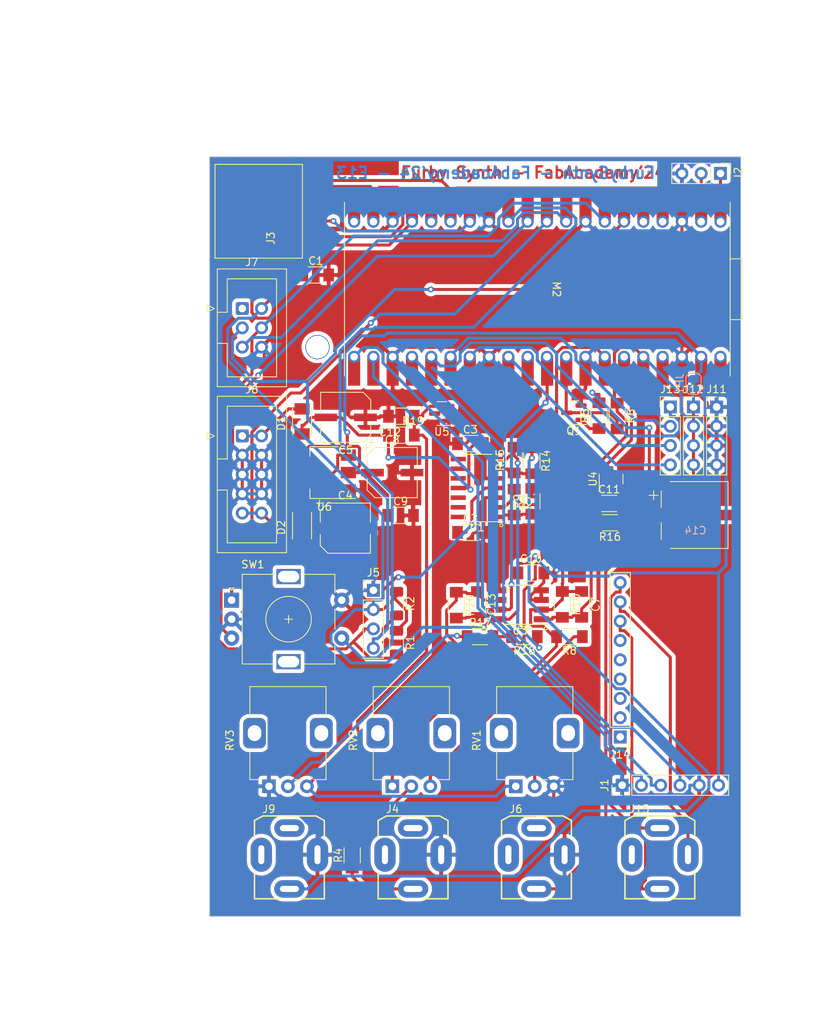
<source format=kicad_pcb>
(kicad_pcb (version 20221018) (generator pcbnew)
  (layers (0 "F.Cu" signal) (31 "B.Cu" signal) (34 "B.Paste" user) (35 "F.Paste" user) (36 "B.SilkS" user "B.Silkscreen") (37 "F.SilkS" user "F.Silkscreen") (38 "B.Mask" user) (39 "F.Mask" user) (44 "Edge.Cuts" user))
  (net 0 "")
  (net 1 "+3.3V")
  (net 2 "GND")
  (net 3 "/BCK")
  (net 4 "/DIN")
  (net 5 "/GP18")
  (net 6 "/GP15")
  (net 7 "/GP11")
  (net 8 "/GP10")
  (net 9 "/GP12")
  (net 10 "/GP13")
  (net 11 "/GP14")
  (net 12 "/GP5")
  (net 13 "/GP4")
  (net 14 "/Vservo")
  (net 15 "/EN")
  (net 16 "unconnected-(M2-GP2-Pad4)")
  (net 17 "unconnected-(M2-GP3-Pad5)")
  (net 18 "unconnected-(M2-RUN-Pad30)")
  (net 19 "unconnected-(M2-3V3_EN-Pad37)")
  (net 20 "unconnected-(M2-VBUS-Pad40)")
  (net 21 "/GP20")
  (net 22 "/GP21")
  (net 23 "/GP22")
  (net 24 "/GP7")
  (net 25 "/GP8")
  (net 26 "/GP9")
  (net 27 "+12V")
  (net 28 "-12V")
  (net 29 "Net-(U3A--)")
  (net 30 "/MOD")
  (net 31 "+5V")
  (net 32 "/AREF")
  (net 33 "/ref-10")
  (net 34 "Net-(U3B--)")
  (net 35 "/CV")
  (net 36 "Net-(J12-Pin_1)")
  (net 37 "Net-(D1-K)")
  (net 38 "Net-(D2-A)")
  (net 39 "/TX0")
  (net 40 "/RX0")
  (net 43 "Net-(J4-PadT)")
  (net 46 "Net-(J6-PadT)")
  (net 49 "Net-(J9-PadT)")
  (net 50 "/GP19")
  (net 57 "Net-(J14-Pin_7)")
  (net 58 "Net-(J14-Pin_8)")
  (net 59 "Net-(J14-Pin_9)")
  (net 61 "/GATE")
  (net 62 "Net-(Q1-B)")
  (net 63 "Net-(R4-Pad2)")
  (net 64 "Net-(U1A--)")
  (net 65 "Net-(R7-Pad2)")
  (net 66 "Net-(R8-Pad1)")
  (net 67 "Net-(U1B--)")
  (net 68 "Net-(R15-Pad2)")
  (net 69 "Net-(R17-Pad1)")
  (footprint "fab:R_1206" (layer "F.Cu") (at 47.498 140.384 -90)
    (fp_text reference "R20")
    (fp_text value "24.9k")
  )
  (footprint "Connector_IDC:IDC-Header_2x03_P2.54mm_Vertical" (layer "F.Cu") (at 19.304 101.346)
    (fp_text reference "J7")
    (fp_text value "PCA9685 servo driver")
  )
  (footprint "AudioJacks:Jack_3.5mm_QingPu_WQP-PJ3410_Vertical" (layer "F.Cu") (at 41.8 173.228)
    (fp_text reference "J4")
    (fp_text value "mod")
  )
  (footprint "Potentiometer_THT:Potentiometer_Alps_RK09K_Single_Vertical" (layer "F.Cu") (at 22.818 164.226 90)
    (fp_text reference "RV3")
    (fp_text value "10k")
  )
  (footprint "Connector_IDC:IDC-Header_2x05_P2.54mm_Vertical" (layer "F.Cu") (at 19.304 118.11)
    (fp_text reference "J8")
    (fp_text value "Conn_02x05_Odd_Even")
  )
  (footprint "AudioJacks:Jack_3.5mm_QingPu_WQP-PJ3410_Vertical" (layer "F.Cu") (at 58.056 173.228)
    (fp_text reference "J6")
    (fp_text value "gate")
  )
  (footprint "Potentiometer_THT:Potentiometer_Alps_RK09K_Single_Vertical" (layer "F.Cu") (at 39.074 164.226 90)
    (fp_text reference "RV2")
    (fp_text value "10k")
  )
  (footprint "fab:C_1206" (layer "F.Cu") (at 40.1592 128.5748)
    (fp_text reference "C9")
    (fp_text value "100n")
  )
  (footprint "Connector_PinHeader_2.54mm:PinHeader_1x09_P2.54mm_Vertical" (layer "F.Cu") (at 69.088 157.734 180)
    (fp_text reference "J14")
    (fp_text value "pcm5102 module connector")
  )
  (footprint "fab:SOD-123T" (layer "F.Cu") (at 27.178 129.92 -90)
    (fp_text reference "D2")
    (fp_text value "CDBM1100-G")
  )
  (footprint "fab:CP_Elec_D6.3mm_H6.1mm" (layer "F.Cu") (at 32.8768 130.2512)
    (fp_text reference "C4")
    (fp_text value "47uF")
  )
  (footprint "Package_TO_SOT_SMD:SOT-23" (layer "F.Cu") (at 62.992 115.062 180)
    (fp_text reference "Q1")
    (fp_text value "MMBT3904")
  )
  (footprint "fab:R_1206" (layer "F.Cu") (at 57.4548 126.7188 90)
    (fp_text reference "R9")
    (fp_text value "24.9k")
  )
  (footprint "fab:SOIC-8_3.9x4.9mm_P1.27mm" (layer "F.Cu") (at 55.886 140.335 180)
    (fp_text reference "U3")
    (fp_text value "TLC272")
  )
  (footprint "fab:R_1206" (layer "F.Cu") (at 68.6816 115.4956 -90)
    (fp_text reference "R6")
    (fp_text value "10k")
  )
  (footprint "fab:R_1206" (layer "F.Cu") (at 55.118 121.2868 90)
    (fp_text reference "R15")
    (fp_text value "24.9k")
  )
  (footprint "Rotary_Encoder:RotaryEncoder_Alps_EC11E-Switch_Vertical_H20mm" (layer "F.Cu") (at 17.9 139.728)
    (fp_text reference "SW1")
    (fp_text value "RotaryEncoder_Switch")
  )
  (footprint "fab:C_1206" (layer "F.Cu") (at 64.008 140.286 -90)
    (fp_text reference "C7")
    (fp_text value "1nF")
  )
  (footprint "Connector_PinHeader_2.54mm:PinHeader_1x04_P2.54mm_Vertical" (layer "F.Cu") (at 36.576 138.43)
    (fp_text reference "J5")
    (fp_text value "OLED - SSD1306")
  )
  (footprint "fab:CP_Elec_D6.3mm_H6.1mm" (layer "F.Cu") (at 32.9276 115.6716 180)
    (fp_text reference "C5")
    (fp_text value "47uF")
  )
  (footprint "AudioJacks:Jack_3.5mm_QingPu_WQP-PJ3410_Vertical" (layer "F.Cu") (at 74.312 173.228)
    (fp_text reference "J15")
    (fp_text value "audio out")
  )
  (footprint "fab:CP_Elec_D8.0mm" (layer "F.Cu") (at 78.892 128.524)
    (fp_text reference "C14")
    (fp_text value "470uF")
  )
  (footprint "Resistor_SMD:R_1206_3216Metric_Pad1.30x1.75mm_HandSolder" (layer "F.Cu") (at 39.624 145.314 -90)
    (fp_text reference "R1")
    (fp_text value "4k7")
  )
  (footprint "fab:SOD-123T" (layer "F.Cu") (at 27.178 116.206 -90)
    (fp_text reference "D1")
    (fp_text value "CDBM1100-G")
  )
  (footprint "Package_TO_SOT_SMD:SOT-23" (layer "F.Cu") (at 45.5907 115.1636 180)
    (fp_text reference "U5")
    (fp_text value "LM4040DBZ-10")
  )
  (footprint "fab:SOIC-14_3.9x8.7mm_P1.27mm" (layer "F.Cu") (at 50.227 124.968 180)
    (fp_text reference "U1")
    (fp_text value "LM324")
  )
  (footprint "fab:R_1206" (layer "F.Cu") (at 67.74 129.54 180)
    (fp_text reference "R16")
    (fp_text value "1k")
  )
  (footprint "Potentiometer_THT:Potentiometer_Alps_RK09K_Single_Vertical" (layer "F.Cu") (at 55.33 164.226 90)
    (fp_text reference "RV1")
    (fp_text value "10k")
  )
  (footprint "fab:CP_Elec_D6.3mm_H6.1mm" (layer "F.Cu") (at 39.056 122.936)
    (fp_text reference "C8")
    (fp_text value "22uF")
  )
  (footprint "fab:C_1206" (layer "F.Cu") (at 49.354 130.81)
    (fp_text reference "C2")
    (fp_text value "100n")
  )
  (footprint "AudioJacks:Jack_3.5mm_QingPu_WQP-PJ3410_Vertical" (layer "F.Cu") (at 25.51 173.228)
    (fp_text reference "J9")
    (fp_text value "CV")
  )
  (footprint "Connector_PinHeader_2.54mm:PinHeader_1x04_P2.54mm_Vertical" (layer "F.Cu") (at 75.692 114.3)
    (fp_text reference "J13")
    (fp_text value "sig")
  )
  (footprint "fab:C_1206" (layer "F.Cu") (at 28.9832 96.9264)
    (fp_text reference "C1")
    (fp_text value "10uF")
  )
  (footprint "fab:C_1206" (layer "F.Cu") (at 50.292 140.286 -90)
    (fp_text reference "C13")
    (fp_text value "1nF")
  )
  (footprint "fab:C_1206" (layer "F.Cu") (at 40.2608 115.5192 180)
    (fp_text reference "C12")
    (fp_text value "100n")
  )
  (footprint "fab:R_1206" (layer "F.Cu") (at 55.118 126.824 -90)
    (fp_text reference "R7")
    (fp_text value "24.9k")
  )
  (footprint "fab:C_1206" (layer "F.Cu") (at 57.326 136.144)
    (fp_text reference "C10")
    (fp_text value "100n")
  )
  (footprint "fab:C_1206" (layer "F.Cu") (at 49.354 119.126)
    (fp_text reference "C3")
    (fp_text value "100n")
  )
  (footprint "fab:R_1206" (layer "F.Cu") (at 40.2608 118.0084)
    (fp_text reference "R19")
    (fp_text value "R")
  )
  (footprint "Resistor_SMD:R_1206_3216Metric_Pad1.30x1.75mm_HandSolder" (layer "F.Cu") (at 39.624 140.182 -90)
    (fp_text reference "R2")
    (fp_text value "4k7")
  )
  (footprint "fab:MicroSD_Amphenol_114-00841-68" (layer "F.Cu") (at 26.77 88.4864 90)
    (fp_text reference "J3")
    (fp_text value "Micro_SD_Socket")
  )
  (footprint "Connector_PinHeader_2.54mm:PinHeader_1x06_P2.54mm_Vertical" (layer "F.Cu") (at 69.342 164.084 90)
    (fp_text reference "J1")
    (fp_text value "PCM5102 audio")
  )
  (footprint "fab:R_1206" (layer "F.Cu") (at 62.406 144.526 180)
    (fp_text reference "R8")
    (fp_text value "200k")
  )
  (footprint "fab:R_1206" (layer "F.Cu") (at 33.782 173.306 90)
    (fp_text reference "R4")
    (fp_text value "100k")
  )
  (footprint "fab:R_1206" (layer "F.Cu") (at 56.466 144.526 180)
    (fp_text reference "R18")
    (fp_text value "24.9k")
  )
  (footprint "Package_TO_SOT_SMD:SOT-223-3_TabPin2" (layer "F.Cu") (at 30.124 122.936 180)
    (fp_text reference "U6")
    (fp_text value "LM1117MP-5.0")
  )
  (footprint "Connector_PinHeader_2.54mm:PinHeader_1x03_P2.54mm_Vertical" (layer "F.Cu") (at 82.296 83.566 -90)
    (fp_text reference "J2")
    (fp_text value "Serial Debug")
  )
  (footprint "fab:R_1206" (layer "F.Cu") (at 61.468 140.286 -90)
    (fp_text reference "R10")
    (fp_text value "49.9k")
  )
  (footprint "fab:R_1206" (layer "F.Cu") (at 57.4548 121.3848 -90)
    (fp_text reference "R14")
    (fp_text value "100k")
  )
  (footprint "fab:R_1206" (layer "F.Cu") (at 66.294 115.4448 90)
    (fp_text reference "R5")
    (fp_text value "100k")
  )
  (footprint "Connector_PinHeader_2.54mm:PinHeader_1x04_P2.54mm_Vertical" (layer "F.Cu") (at 78.74 114.3)
    (fp_text reference "J12")
    (fp_text value "vcc")
  )
  (footprint "Connector_PinHeader_2.54mm:PinHeader_1x04_P2.54mm_Vertical" (layer "F.Cu") (at 81.788 114.3)
    (fp_text reference "J11")
    (fp_text value "gmd")
  )
  (footprint "fab:R_1206" (layer "F.Cu") (at 50.624 144.526)
    (fp_text reference "R17")
    (fp_text value "120k")
  )
  (footprint "Package_TO_SOT_SMD:SOT-23" (layer "F.Cu") (at 67.884 123.7765 90)
    (fp_text reference "U4")
    (fp_text value "LM4040DBZ-2.5")
  )
  (footprint "fab:MountingHole_3mm" (layer "F.Cu") (at 29.21 106.426)
    (fp_text reference "H1" hide)
    (fp_text value "MountingHole" hide)
  )
  (footprint "fab:RaspberryPi_PicoW_Combined" (layer "F.Cu") (at 58.166 98.806 -90)
    (fp_text reference "M2")
    (fp_text value "Pico")
  )
  (footprint "fab:C_1206" (layer "F.Cu") (at 67.642 127)
    (fp_text reference "C11")
    (fp_text value "470n")
  )
  (footprint "Jumper:SolderJumper-2_P1.3mm_Bridged_RoundedPad1.0x1.5mm" (layer "B.Cu") (at 78.74 111.252 -90)
    (fp_text reference "JP1")
    (fp_text value "power")
  )
  (gr_rect (start 14.986 81.356) (end 84.986 181.356) (stroke (width 0.1)) (fill none) (layer "Edge.Cuts"))
  (gr_text "Furby Synth - FabAcademy'24" (at 40.0304 84.328) (layer "F.Cu") (effects (font (size 1.5 1.5) (thickness 0.3) bold) (justify left bottom)))
  (gr_text "FurbySynth - FabAcademy'24 - E13" (at 73.8632 84.3788) (layer "B.Cu") (effects (font (size 1.5 1.5) (thickness 0.3) bold) (justify left bottom mirror)))
  (segment (start 36.576 140.97) (end 37.8279 140.97) (width 0.4) (layer "F.Cu") (net 1))
  (segment (start 68.6816 114.8975) (end 69.9335 116.1494) (width 0.4) (layer "F.Cu") (net 1))
  (segment (start 39.3273 139.4706) (end 37.8279 140.97) (width 0.4) (layer "F.Cu") (net 1))
  (segment (start 64.7737 123.2219) (end 64.7737 128.3482) (width 0.4) (layer "F.Cu") (net 1))
  (segment (start 53.787 142.24) (end 53.086 142.24) (width 0.4) (layer "F.Cu") (net 1))
  (segment (start 68.6816 114.3465) (end 68.326 113.9909) (width 0.4) (layer "F.Cu") (net 1))
  (segment (start 56.9314 134.8921) (end 57.8877 133.9358) (width 0.4) (layer "F.Cu") (net 1))
  (segment (start 72.136 109.601) (end 72.136 107.696) (width 0.4) (layer "F.Cu") (net 1))
  (segment (start 55.626 136.144) (end 55.626 134.8921) (width 0.4) (layer "F.Cu") (net 1))
  (segment (start 55.626 141.1019) (end 55.626 137.3959) (width 0.4) (layer "F.Cu") (net 1))
  (segment (start 55.626 134.8921) (end 56.9314 134.8921) (width 0.4) (layer "F.Cu") (net 1))
  (segment (start 68.6816 114.3465) (end 68.6816 114.8975) (width 0.4) (layer "F.Cu") (net 1))
  (segment (start 55.626 136.7699) (end 55.626 137.3959) (width 0.4) (layer "F.Cu") (net 1))
  (segment (start 40.9383 141.0816) (end 40.9383 142.4497) (width 0.4) (layer "F.Cu") (net 1))
  (segment (start 64.8416 130.46) (end 65.2372 130.8556) (width 0.4) (layer "F.Cu") (net 1))
  (segment (start 26.1813 96.9264) (end 21.844 101.2637) (width 0.4) (layer "F.Cu") (net 1))
  (segment (start 24.8695 89.21) (end 24.8695 95.6146) (width 0.4) (layer "F.Cu") (net 1))
  (segment (start 53.086 142.24) (end 52.1865 142.24) (width 0.4) (layer "F.Cu") (net 1))
  (segment (start 40.9383 142.4497) (end 39.624 143.764) (width 0.4) (layer "F.Cu") (net 1))
  (segment (start 69.44 129.54) (end 68.3381 129.54) (width 0.4) (layer "F.Cu") (net 1))
  (segment (start 69.9335 116.1494) (end 69.9335 118.0621) (width 0.4) (layer "F.Cu") (net 1))
  (segment (start 26.77 88.5864) (end 25.4931 88.5864) (width 0.4) (layer "F.Cu") (net 1))
  (segment (start 53.787 142.24) (end 54.4879 142.24) (width 0.4) (layer "F.Cu") (net 1))
  (segment (start 68.326 113.9909) (end 68.326 107.1898) (width 0.4) (layer "F.Cu") (net 1))
  (segment (start 65.2372 130.8556) (end 67.0225 130.8556) (width 0.4) (layer "F.Cu") (net 1))
  (segment (start 69.9335 118.0621) (end 64.7737 123.2219) (width 0.4) (layer "F.Cu") (net 1))
  (segment (start 21.844 101.2637) (end 21.844 101.346) (width 0.4) (layer "F.Cu") (net 1))
  (segment (start 67.0225 130.8556) (end 68.3381 129.54) (width 0.4) (layer "F.Cu") (net 1))
  (segment (start 25.4931 88.5864) (end 24.8695 89.21) (width 0.4) (layer "F.Cu") (net 1))
  (segment (start 52.1865 142.24) (end 51.1223 143.3042) (width 0.4) (layer "F.Cu") (net 1))
  (segment (start 68.326 107.1898) (end 69.0667 106.4491) (width 0.4) (layer "F.Cu") (net 1))
  (segment (start 24.8695 95.6146) (end 26.1813 96.9264) (width 0.4) (layer "F.Cu") (net 1))
  (segment (start 64.7737 128.3482) (end 64.8416 128.4161) (width 0.4) (layer "F.Cu") (net 1))
  (segment (start 55.626 136.7699) (end 55.626 136.144) (width 0.4) (layer "F.Cu") (net 1))
  (segment (start 54.4879 142.24) (end 55.626 141.1019) (width 0.4) (layer "F.Cu") (net 1))
  (segment (start 69.0667 106.4491) (end 70.8891 106.4491) (width 0.4) (layer "F.Cu") (net 1))
  (segment (start 70.8891 106.4491) (end 72.136 107.696) (width 0.4) (layer "F.Cu") (net 1))
  (segment (start 39.624 139.1739) (end 39.3273 139.4706) (width 0.4) (layer "F.Cu") (net 1))
  (segment (start 39.624 138.632) (end 39.624 139.1739) (width 0.4) (layer "F.Cu") (net 1))
  (segment (start 68.6816 113.7956) (end 68.6816 114.3465) (width 0.4) (layer "F.Cu") (net 1))
  (segment (start 64.8416 128.4161) (end 64.8416 130.46) (width 0.4) (layer "F.Cu") (net 1))
  (segment (start 27.2832 96.9264) (end 26.1813 96.9264) (width 0.4) (layer "F.Cu") (net 1))
  (segment (start 39.3273 139.4706) (end 40.9383 141.0816) (width 0.4) (layer "F.Cu") (net 1))
  (via (at 51.1223 143.3042) (size 0.8) (drill 0.4) (layers "F.Cu" "B.Cu") (net 1))
  (via (at 57.8877 133.9358) (size 0.8) (drill 0.4) (layers "F.Cu" "B.Cu") (net 1))
  (segment (start 37.8279 139.4834) (end 37.5932 139.7181) (width 0.4) (layer "B.Cu") (net 1))
  (segment (start 36.576 140.97) (end 36.576 139.7181) (width 0.4) (layer "B.Cu") (net 1))
  (segment (start 72.136 107.696) (end 77.107 112.667) (width 0.4) (layer "B.Cu") (net 1))
  (segment (start 79.2978 115.57) (end 80.2836 116.5558) (width 0.4) (layer "B.Cu") (net 1))
  (segment (start 82.042 136.1383) (end 82.042 162.8321) (width 0.4) (layer "B.Cu") (net 1))
  (segment (start 81.2549 118.11) (end 82.3696 118.11) (width 0.4) (layer "B.Cu") (net 1))
  (segment (start 82.042 164.084) (end 82.042 162.8321) (width 0.4) (layer "B.Cu") (net 1))
  (segment (start 80.2836 117.1387) (end 81.2549 118.11) (width 0.4) (layer "B.Cu") (net 1))
  (segment (start 18.7816 102.6166) (end 17.4072 103.991) (width 0.4) (layer "B.Cu") (net 1))
  (segment (start 77.107 114.9634) (end 77.7136 115.57) (width 0.4) (layer "B.Cu") (net 1))
  (segment (start 37.5932 139.7181) (end 36.576 139.7181) (width 0.4) (layer "B.Cu") (net 1))
  (segment (start 82.042 136.1383) (end 68.0619 136.1383) (width 0.4) (layer "B.Cu") (net 1))
  (segment (start 80.2836 116.5558) (end 80.2836 117.1387) (width 0.4) (layer "B.Cu") (net 1))
  (segment (start 57.8877 134.1431) (end 57.8877 133.9358) (width 0.4) (layer "B.Cu") (net 1))
  (segment (start 60.3121 136.5675) (end 57.8877 134.1431) (width 0.4) (layer "B.Cu") (net 1))
  (segment (start 68.0619 136.1383) (end 67.6327 136.5675) (width 0.4) (layer "B.Cu") (net 1))
  (segment (start 43.0543 143.3042) (end 38.3718 147.9867) (width 0.4) (layer "B.Cu") (net 1))
  (segment (start 30.9897 144.131) (end 34.1507 140.97) (width 0.4) (layer "B.Cu") (net 1))
  (segment (start 77.7136 115.57) (end 79.2978 115.57) (width 0.4) (layer "B.Cu") (net 1))
  (segment (start 77.107 112.667) (end 77.107 114.9634) (width 0.4) (layer "B.Cu") (net 1))
  (segment (start 34.1507 140.97) (end 36.576 140.97) (width 0.4) (layer "B.Cu") (net 1))
  (segment (start 51.1223 143.3042) (end 43.0543 143.3042) (width 0.4) (layer "B.Cu") (net 1))
  (segment (start 33.6481 147.9867) (end 30.9897 145.3283) (width 0.4) (layer "B.Cu") (net 1))
  (segment (start 17.4072 108.1372) (end 37.8279 128.5579) (width 0.4) (layer "B.Cu") (net 1))
  (segment (start 30.9897 145.3283) (end 30.9897 144.131) (width 0.4) (layer "B.Cu") (net 1))
  (segment (start 37.8279 128.5579) (end 37.8279 139.4834) (width 0.4) (layer "B.Cu") (net 1))
  (segment (start 20.5734 102.6166) (end 18.7816 102.6166) (width 0.4) (layer "B.Cu") (net 1))
  (segment (start 38.3718 147.9867) (end 33.6481 147.9867) (width 0.4) (layer "B.Cu") (net 1))
  (segment (start 83.0406 118.781) (end 83.0406 135.1397) (width 0.4) (layer "B.Cu") (net 1))
  (segment (start 21.844 101.346) (end 20.5734 102.6166) (width 0.4) (layer "B.Cu") (net 1))
  (segment (start 83.0406 135.1397) (end 82.042 136.1383) (width 0.4) (layer "B.Cu") (net 1))
  (segment (start 82.3696 118.11) (end 83.0406 118.781) (width 0.4) (layer "B.Cu") (net 1))
  (segment (start 67.6327 136.5675) (end 60.3121 136.5675) (width 0.4) (layer "B.Cu") (net 1))
  (segment (start 17.4072 103.991) (end 17.4072 108.1372) (width 0.4) (layer "B.Cu") (net 1))
  (segment (start 21.844 125.73) (end 21.844 123.19) (width 0.4) (layer "F.Cu") (net 2))
  (segment (start 36.576 137.1781) (end 37.3787 136.3754) (width 0.4) (layer "F.Cu") (net 2))
  (segment (start 63.3141 91.1179) (end 53.0179 91.1179) (width 0.4) (layer "F.Cu") (net 2))
  (segment (start 63.9295 112.4944) (end 63.9295 114.112) (width 0.4) (layer "F.Cu") (net 2))
  (segment (start 19.304 120.65) (end 19.304 123.19) (width 0.4) (layer "F.Cu") (net 2))
  (segment (start 77.216 107.696) (end 77.216 109.601) (width 0.4) (layer "F.Cu") (net 2))
  (segment (start 77.216 109.601) (end 77.216 111.9079) (width 0.4) (layer "F.Cu") (net 2))
  (segment (start 64.516 111.9079) (end 63.9295 112.4944) (width 0.4) (layer "F.Cu") (net 2))
  (segment (start 19.304 125.73) (end 19.304 123.19) (width 0.4) (layer "F.Cu") (net 2))
  (segment (start 57.93 168.052) (end 48.0241 168.052) (width 0.4) (layer "F.Cu") (net 2))
  (segment (start 23.4392 104.8308) (end 21.844 106.426) (width 0.4) (layer "F.Cu") (net 2))
  (segment (start 46.3501 119.3041) (end 46.5282 119.126) (width 0.4) (layer "F.Cu") (net 2))
  (segment (start 37.3787 130.2512) (end 39.0809 130.2512) (width 0.4) (layer "F.Cu") (net 2))
  (segment (start 22.2071 110.6613) (end 22.2071 106.7891) (width 0.4) (layer "F.Cu") (net 2))
  (segment (start 26.67 94.3864) (end 27.8219 94.3864) (width 0.4) (layer "F.Cu") (net 2))
  (segment (start 45.5 173.228) (end 45.5 170.5761) (width 0.4) (layer "F.Cu") (net 2))
  (segment (start 41.7138 128.5748) (end 40.7573 128.5748) (width 0.4) (layer "F.Cu") (net 2))
  (segment (start 51.0024 116.8795) (end 48.7559 119.126) (width 0.4) (layer "F.Cu") (net 2))
  (segment (start 47.654 119.126) (end 46.5521 119.126) (width 0.4) (layer "F.Cu") (net 2))
  (segment (start 46.5282 119.126) (end 46.5521 119.126) (width 0.4) (layer "F.Cu") (net 2))
  (segment (start 37.3787 136.3754) (end 37.3787 130.2512) (width 0.4) (layer "F.Cu") (net 2))
  (segment (start 40.2532 106.448) (end 40.2532 105.3945) (width 0.4) (layer "F.Cu") (net 2))
  (segment (start 18.0681 94.5595) (end 18.0681 94.7864) (width 0.4) (layer "F.Cu") (net 2))
  (segment (start 78.6917 111.9079) (end 80.5361 113.7523) (width 0.4) (layer "F.Cu") (net 2))
  (segment (start 58.7083 167.2737) (end 61.756 170.3215) (width 0.4) (layer "F.Cu") (net 2))
  (segment (start 41.7138 122.9938) (end 41.656 122.936) (width 0.4) (layer "F.Cu") (net 2))
  (segment (start 51.816 109.601) (end 51.816 107.696) (width 0.4) (layer "F.Cu") (net 2))
  (segment (start 37.4589 115.6422) (end 37.4589 115.5192) (width 0.4) (layer "F.Cu") (net 2))
  (segment (start 19.17 94.7864) (end 20.2719 94.7864) (width 0.4) (layer "F.Cu") (net 2))
  (segment (start 60.33 165.652) (end 58.7083 167.2737) (width 0.4) (layer "F.Cu") (net 2))
  (segment (start 37.4295 115.6716) (end 37.4589 115.6422) (width 0.4) (layer "F.Cu") (net 2))
  (segment (start 58.7083 167.2737) (end 57.93 168.052) (width 0.4) (layer "F.Cu") (net 2))
  (segment (start 26.67 82.8364) (end 25.5181 82.8364) (width 0.4) (layer "F.Cu") (net 2))
  (segment (start 51.0024 116.8795) (end 52.165 118.0421) (width 0.4) (layer "F.Cu") (net 2))
  (segment (start 81.788 114.3) (end 81.788 115.5881) (width 0.4) (layer "F.Cu") (net 2))
  (segment (start 25.4931 94.3614) (end 25.4931 90.7879) (width 0.4) (layer "F.Cu") (net 2))
  (segment (start 21.2781 102.616) (end 23.0944 102.616) (width 0.4) (layer "F.Cu") (net 2))
  (segment (start 59.026 136.7699) (end 59.026 136.144) (width 0.4) (layer "F.Cu") (net 2))
  (segment (start 52.702 123.698) (end 51.3001 123.698) (width 0.4) (layer "F.Cu") (net 2))
  (segment (start 39.116 111.9079) (end 39.6627 112.4546) (width 0.4) (layer "F.Cu") (net 2))
  (segment (start 17.47 93.9614) (end 17.47 93.3345) (width 0.4) (layer "F.Cu") (net 2))
  (segment (start 81.788 114.3) (end 80.5361 114.3) (width 0.4) (layer "F.Cu") (net 2))
  (segment (start 51.816 88.011) (end 51.816 89.916) (width 0.4) (layer "F.Cu") (net 2))
  (segment (start 81.788 121.92) (end 81.788 123.1719) (width 0.4) (layer "F.Cu") (net 2))
  (segment (start 58.686 138.43) (end 58.3356 138.43) (width 0.4) (layer "F.Cu") (net 2))
  (segment (start 33.274 125.236) (end 33.274 126.3879) (width 0.4) (layer "F.Cu") (net 2))
  (segment (start 38.0185 115.5192) (end 37.4589 115.5192) (width 0.4) (layer "F.Cu") (net 2))
  (segment (start 15.97 83.0864) (end 16.5585 83.0864) (width 0.4) (layer "F.Cu") (net 2))
  (segment (start 46.3501 131.7075) (end 46.3501 119.3041) (width 0.4) (layer "F.Cu") (net 2))
  (segment (start 20.2719 94.7864) (end 20.2719 95.9636) (width 0.4) (layer "F.Cu") (net 2))
  (segment (start 39.116 88.011) (end 39.116 89.916) (width 0.4) (layer "F.Cu") (net 2))
  (segment (start 51.054 129.5581) (end 51.3001 129.312) (width 0.4) (layer "F.Cu") (net 2))
  (segment (start 60.33 164.226) (end 60.33 165.652) (width 0.4) (layer "F.Cu") (net 2))
  (segment (start 64.516 89.916) (end 63.3141 91.1179) (width 0.4) (layer "F.Cu") (net 2))
  (segment (start 60.5097 135.7622) (end 60.7119 135.7622) (width 0.4) (layer "F.Cu") (net 2))
  (segment (start 82.092 123.4759) (end 82.092 128.524) (width 0.4) (layer "F.Cu") (net 2))
  (segment (start 48.0241 168.052) (end 45.5 170.5761) (width 0.4) (layer "F.Cu") (net 2))
  (segment (start 27.8219 95.2748) (end 29.4735 96.9264) (width 0.4) (layer "F.Cu") (net 2))
  (segment (start 80.5361 113.7523) (end 80.5361 114.3) (width 0.4) (layer "F.Cu") (net 2))
  (segment (start 53.0179 91.1179) (end 51.816 89.916) (width 0.4) (layer "F.Cu") (net 2))
  (segment (start 33.274 126.3879) (end 33.5749 126.6888) (width 0.4) (layer "F.Cu") (net 2))
  (segment (start 51.6841 132.692) (end 51.054 132.0619) (width 0.4) (layer "F.Cu") (net 2))
  (segment (start 58.686 139.7) (end 57.2841 139.7) (width 0.4) (layer "F.Cu") (net 2))
  (segment (start 16.5585 83.0864) (end 16.5585 92.423) (width 0.4) (layer "F.Cu") (net 2))
  (segment (start 52.702 126.238) (end 51.3001 126.238) (width 0.4) (layer "F.Cu") (net 2))
  (segment (start 40.2532 105.3945) (end 31.7851 96.9264) (width 0.4) (layer "F.Cu") (net 2))
  (segment (start 59.026 136.7699) (end 59.026 137.3959) (width 0.4) (layer "F.Cu") (net 2))
  (segment (start 51.054 130.81) (end 51.054 132.0619) (width 0.4) (layer "F.Cu") (net 2))
  (segment (start 51.816 116.0659) (end 51.0024 116.8795) (width 0.4) (layer "F.Cu") (net 2))
  (segment (start 35.4768 130.2512) (end 37.3787 130.2512) (width 0.4) (layer "F.Cu") (net 2))
  (segment (start 16.7181 83.0864) (end 17.3181 82.4864) (width 0.4) (layer "F.Cu") (net 2))
  (segment (start 17.47 94.4864) (end 17.47 93.9614) (width 0.4) (layer "F.Cu") (net 2))
  (segment (start 23.4392 102.9608) (end 23.4392 104.8308) (width 0.4) (layer "F.Cu") (net 2))
  (segment (start 25.5181 94.3864) (end 25.4931 94.3614) (width 0.4) (layer "F.Cu") (net 2))
  (segment (start 20.5745 101.9124) (end 21.2781 102.616) (width 0.4) (layer "F.Cu") (net 2))
  (segment (start 77.216 111.9079) (end 75.7557 111.9079) (width 0.4) (layer "F.Cu") (net 2))
  (segment (start 77.216 111.9079) (end 78.6917 111.9079) (width 0.4) (layer "F.Cu") (net 2))
  (segment (start 75.7557 111.9079) (end 72.1243 115.5393) (width 0.4) (layer "F.Cu") (net 2))
  (segment (start 26.2325 94.3864) (end 26.67 94.3864) (width 0.4) (layer "F.Cu") (net 2))
  (segment (start 18.42 82.4864) (end 25.1681 82.4864) (width 0.4) (layer "F.Cu") (net 2))
  (segment (start 68.834 124.714) (end 69.342 125.222) (width 0.4) (layer "F.Cu") (net 2))
  (segment (start 47.654 119.126) (end 48.7559 119.126) (width 0.4) (layer "F.Cu") (net 2))
  (segment (start 46.5282 119.126) (end 46.5282 116.1136) (width 0.4) (layer "F.Cu") (net 2))
  (segment (start 77.216 88.011) (end 77.216 83.566) (width 0.4) (layer "F.Cu") (net 2))
  (segment (start 20.2719 95.9636) (end 20.5745 96.2662) (width 0.4) (layer "F.Cu") (net 2))
  (segment (start 33.0793 91.1359) (end 37.8961 91.1359) (width 0.4) (layer "F.Cu") (net 2))
  (segment (start 81.788 119.38) (end 81.788 116.84) (width 0.4) (layer "F.Cu") (net 2))
  (segment (start 29.4735 96.9264) (end 23.4392 102.9607) (width 0.4) (layer "F.Cu") (net 2))
  (segment (start 25.1681 82.4864) (end 25.5181 82.8364) (width 0.4) (layer "F.Cu") (net 2))
  (segment (start 39.6627 112.4546) (end 39.6627 115.5192) (width 0.4) (layer "F.Cu") (net 2))
  (segment (start 39.116 107.696) (end 39.116 109.601) (width 0.4) (layer "F.Cu") (net 2))
  (segment (start 30.6832 96.9264) (end 31.7851 96.9264) (width 0.4) (layer "F.Cu") (net 2))
  (segment (start 77.216 88.011) (end 77.216 89.916) (width 0.4) (layer "F.Cu") (net 2))
  (segment (start 57.2841 139.1252) (end 57.2841 139.7) (width 0.4) (layer "F.Cu") (net 2))
  (segment (start 58.3356 138.43) (end 58.3356 138.0863) (width 0.4) (layer "F.Cu") (net 2))
  (segment (start 41.656 122.936) (end 39.7541 122.936) (width 0.4) (layer "F.Cu") (net 2))
  (segment (start 81.788 121.92) (end 81.788 119.38) (width 0.4) (layer "F.Cu") (net 2))
  (segment (start 72.1243 121.4237) (end 68.834 124.714) (width 0.4) (layer "F.Cu") (net 2))
  (segment (start 38.0185 115.5192) (end 38.5608 115.5192) (width 0.4) (layer "F.Cu") (net 2))
  (segment (start 26.2325 94.3864) (end 25.5181 94.3864) (width 0.4) (layer "F.Cu") (net 2))
  (segment (start 58.3356 138.0863) (end 59.026 137.3959) (width 0.4) (layer "F.Cu") (net 2))
  (segment (start 51.937 120.417) (end 51.5746 120.417) (width 0.4) (layer "F.Cu") (net 2))
  (segment (start 60.1279 136.144) (end 60.5097 135.7622) (width 0.4) (layer "F.Cu") (net 2))
  (segment (start 61.756 170.3215) (end 61.756 173.228) (width 0.4) (layer "F.Cu") (net 2))
  (segment (start 27.8219 94.3864) (end 27.8219 95.2748) (width 0.4) (layer "F.Cu") (net 2))
  (segment (start 39.7541 115.6106) (end 39.6627 115.5192) (width 0.4) (layer "F.Cu") (net 2))
  (segment (start 17.47 93.9614) (end 18.0681 94.5595) (width 0.4) (layer "F.Cu") (net 2))
  (segment (start 51.6841 138.43) (end 51.6841 132.692) (width 0.4) (layer "F.Cu") (net 2))
  (segment (start 18.0275 114.8409) (end 22.2071 110.6613) (width 0.4) (layer "F.Cu") (net 2))
  (segment (start 19.304 120.65) (end 18.0275 119.3735) (width 0.4) (layer "F.Cu") (net 2))
  (segment (start 20.5745 96.2662) (end 20.5745 101.9124) (width 0.4) (layer "F.Cu") (net 2))
  (segment (start 51.3001 120.6915) (end 51.3001 123.698) (width 0.4) (layer "F.Cu") (net 2))
  (segment (start 58.3356 138.43) (end 57.9793 138.43) (width 0.4) (layer "F.Cu") (net 2))
  (segment (start 59.026 136.144) (end 60.1279 136.144) (width 0.4) (layer "F.Cu") (net 2))
  (segment (start 51.054 132.0619) (end 46.7045 132.0619) (width 0.4) (layer "F.Cu") (net 2))
  (segment (start 33.5749 126.6888) (end 33.5749 130.2512) (width 0.4) (layer "F.Cu") (net 2))
  (segment (start 18.0275 119.3735) (end 18.0275 114.8409) (width 0.4) (layer "F.Cu") (net 2))
  (segment (start 19.17 94.7864) (end 19.0194 94.7864) (width 0.4) (layer "F.Cu") (net 2))
  (segment (start 51.3001 129.312) (end 51.3001 126.238) (width 0.4) (layer "F.Cu") (net 2))
  (segment (start 21.844 123.19) (end 21.844 120.65) (width 0.4) (layer "F.Cu") (net 2))
  (segment (start 26.77 90.7864) (end 25.4946 90.7864) (width 0.4) (layer "F.Cu") (net 2))
  (segment (start 39.116 107.5852) (end 39.116 107.696) (width 0.4) (layer "F.Cu") (net 2))
  (segment (start 30.6832 96.9264) (end 29.5813 96.9264) (width 0.4) (layer "F.Cu") (net 2))
  (segment (start 81.788 123.1719) (end 82.092 123.4759) (width 0.4) (layer "F.Cu") (net 2))
  (segment (start 19.0194 94.7864) (end 18.0681 94.7864) (width 0.4) (layer "F.Cu") (net 2))
  (segment (start 51.816 111.9079) (end 51.816 116.0659) (width 0.4) (layer "F.Cu") (net 2))
  (segment (start 64.516 88.011) (end 64.516 89.916) (width 0.4) (layer "F.Cu") (net 2))
  (segment (start 35.4768 130.2512) (end 33.5749 130.2512) (width 0.4) (layer "F.Cu") (net 2))
  (segment (start 50.568 106.448) (end 40.2532 106.448) (width 0.4) (layer "F.Cu") (net 2))
  (segment (start 53.086 138.43) (end 51.6841 138.43) (width 0.4) (layer "F.Cu") (net 2))
  (segment (start 39.7541 122.936) (end 39.7541 115.6106) (width 0.4) (layer "F.Cu") (net 2))
  (segment (start 25.4931 90.7879) (end 25.4946 90.7864) (width 0.4) (layer "F.Cu") (net 2))
  (segment (start 69.342 125.222) (end 69.342 127) (width 0.4) (layer "F.Cu") (net 2))
  (segment (start 64.516 109.601) (end 64.516 111.9079) (width 0.4) (layer "F.Cu") (net 2))
  (segment (start 51.816 109.601) (end 51.816 111.9079) (width 0.4) (layer "F.Cu") (net 2))
  (segment (start 22.2071 106.7891) (end 21.844 106.426) (width 0.4) (layer "F.Cu") (net 2))
  (segment (start 35.5276 115.6716) (end 37.4295 115.6716) (width 0.4) (layer "F.Cu") (net 2))
  (segment (start 39.0809 130.2512) (end 40.7573 128.5748) (width 0.4) (layer "F.Cu") (net 2))
  (segment (start 40.2532 106.448) (end 39.116 107.5852) (width 0.4) (layer "F.Cu") (net 2))
  (segment (start 18.42 82.4864) (end 17.3181 82.4864) (width 0.4) (layer "F.Cu") (net 2))
  (segment (start 52.165 120.189) (end 51.937 120.417) (width 0.4) (layer "F.Cu") (net 2))
  (segment (start 46.7045 132.0619) (end 46.3501 131.7075) (width 0.4) (layer "F.Cu") (net 2))
  (segment (start 51.816 107.696) (end 50.568 106.448) (width 0.4) (layer "F.Cu") (net 2))
  (segment (start 77.216 89.916) (end 77.216 107.696) (width 0.4) (layer "F.Cu") (net 2))
  (segment (start 16.5585 83.0864) (end 16.7181 83.0864) (width 0.4) (layer "F.Cu") (net 2))
  (segment (start 38.5608 115.5192) (end 39.6627 115.5192) (width 0.4) (layer "F.Cu") (net 2))
  (segment (start 51.054 130.81) (end 51.054 129.5581) (width 0.4) (layer "F.Cu") (net 2))
  (segment (start 39.116 109.601) (end 39.116 111.9079) (width 0.4) (layer "F.Cu") (net 2))
  (segment (start 64.516 109.601) (end 64.516 107.696) (width 0.4) (layer "F.Cu") (net 2))
  (segment (start 51.5746 120.417) (end 51.3001 120.6915) (width 0.4) (layer "F.Cu") (net 2))
  (segment (start 41.7138 128.5748) (end 41.7138 122.9938) (width 0.4) (layer "F.Cu") (net 2))
  (segment (start 23.0944 102.616) (end 23.4392 102.9607) (width 0.4) (layer "F.Cu") (net 2))
  (segment (start 32.7298 90.7864) (end 33.0793 91.1359) (width 0.4) (layer "F.Cu") (net 2))
  (segment (start 52.165 118.0421) (end 52.165 120.189) (width 0.4) (layer "F.Cu") (net 2))
  (segment (start 81.788 116.84) (end 81.788 115.5881) (width 0.4) (layer "F.Cu") (net 2))
  (segment (start 23.4392 102.9607) (end 23.4392 102.9608) (width 0.4) (layer "F.Cu") (net 2))
  (segment (start 16.5585 92.423) (end 17.47 93.3345) (width 0.4) (layer "F.Cu") (net 2))
  (segment (start 29.4735 96.9264) (end 29.5813 96.9264) (width 0.4) (layer "F.Cu") (net 2))
  (segment (start 57.9793 138.43) (end 57.2841 139.1252) (width 0.4) (layer "F.Cu") (net 2))
  (segment (start 41.8592 128.5748) (end 41.7138 128.5748) (width 0.4) (layer "F.Cu") (net 2))
  (segment (start 37.8961 91.1359) (end 39.116 89.916) (width 0.4) (layer "F.Cu") (net 2))
  (segment (start 36.576 138.43) (end 36.576 137.1781) (width 0.4) (layer "F.Cu") (net 2))
  (segment (start 72.1243 115.5393) (end 72.1243 121.4237) (width 0.4) (layer "F.Cu") (net 2))
  (segment (start 26.77 90.7864) (end 32.7298 90.7864) (width 0.4) (layer "F.Cu") (net 2))
  (via (at 60.7119 135.7622) (size 0.8) (drill 0.4) (layers "F.Cu" "B.Cu") (net 2))
  (segment (start 81.788 121.92) (end 80.5361 121.92) (width 0.4) (layer "B.Cu") (net 2))
  (segment (start 77.5459 165.3359) (end 71.298 165.3359) (width 0.4) (layer "B.Cu") (net 2))
  (segment (start 65.718 106.494) (end 64.516 107.696) (width 0.4) (layer "B.Cu") (net 2))
  (segment (start 65.7179 91.1179) (end 64.516 89.916) (width 0.4) (layer "B.Cu") (net 2))
  (segment (start 29.5919 170.7519) (end 25.3989 166.559) (width 0.4) (layer "B.Cu") (net 2))
  (segment (start 25.3989 166.559) (end 25.151 166.559) (width 0.4) (layer "B.Cu") (net 2))
  (segment (start 77.216 107.696) (end 76.014 106.494) (width 0.4) (layer "B.Cu") (net 2))
  (segment (start 76.014 106.494) (end 65.718 106.494) (width 0.4) (layer "B.Cu") (net 2))
  (segment (start 71.298 165.3359) (end 70.5939 164.6318) (width 0.4) (layer "B.Cu") (net 2))
  (segment (start 44.5921 170.5761) (end 43.8462 171.322) (width 0.4) (layer "B.Cu") (net 2))
  (segment (start 17.9 142.228) (end 22.8279 142.228) (width 0.4) (layer "B.Cu") (net 2))
  (segment (start 29.9 142.228) (end 32.4 139.728) (width 0.4) (layer "B.Cu") (net 2))
  (segment (start 67.9481 164.226) (end 68.0901 164.084) (width 0.4) (layer "B.Cu") (net 2))
  (segment (start 22.8279 142.228) (end 22.8279 162.9142) (width 0.4) (layer "B.Cu") (net 2))
  (segment (start 60.33 164.226) (end 67.9481 164.226) (width 0.4) (layer "B.Cu") (net 2))
  (segment (start 22.8279 162.9142) (end 22.818 162.9241) (width 0.4) (layer "B.Cu") (net 2))
  (segment (start 45.5 170.5761) (end 44.5921 170.5761) (width 0.4) (layer "B.Cu") (net 2))
  (segment (start 69.968 164.084) (end 70.5939 164.084) (width 0.4) (layer "B.Cu") (net 2))
  (segment (start 22.8279 142.228) (end 29.9 142.228) (width 0.4) (layer "B.Cu") (net 2))
  (segment (start 76.0141 91.1179) (end 65.7179 91.1179) (width 0.4) (layer "B.Cu") (net 2))
  (segment (start 36.576 138.43) (end 33.698 138.43) (width 0.4) (layer "B.Cu") (net 2))
  (segment (start 29.21 171.1338) (end 29.21 173.228) (width 0.4) (layer "B.Cu") (net 2))
  (segment (start 33.698 138.43) (end 32.4 139.728) (width 0.4) (layer "B.Cu") (net 2))
  (segment (start 40.3189 88.7131) (end 39.116 89.916) (width 0.4) (layer "B.Cu") (net 2))
  (segment (start 79.502 164.084) (end 78.2501 164.084) (width 0.4) (layer "B.Cu") (net 2))
  (segment (start 29.7984 170.5454) (end 29.5919 170.7519) (width 0.4) (layer "B.Cu") (net 2))
  (segment (start 66.6939 135.7622) (end 60.7119 135.7622) (width 0.4) (layer "B.Cu") (net 2))
  (segment (start 40.0342 171.322) (end 39.2576 170.5454) (width 0.4) (layer "B.Cu") (net 2))
  (segment (start 25.151 166.559) (end 22.818 164.226) (width 0.4) (layer "B.Cu") (net 2))
  (segment (start 69.342 164.084) (end 68.0901 164.084) (width 0.4) (layer "B.Cu") (net 2))
  (segment (start 78.2501 164.6317) (end 77.5459 165.3359) (width 0.4) (layer "B.Cu") (net 2))
  (segment (start 80.5361 121.92) (end 66.6939 135.7622) (width 0.4) (layer "B.Cu") (net 2))
  (segment (start 39.2576 170.5454) (end 29.7984 170.5454) (width 0.4) (layer "B.Cu") (net 2))
  (segment (start 21.844 125.73) (end 19.304 125.73) (width 0.4) (layer "B.Cu") (net 2))
  (segment (start 69.968 164.084) (end 69.342 164.084) (width 0.4) (layer "B.Cu") (net 2))
  (segment (start 29.5919 170.7519) (end 29.21 171.1338) (width 0.4) (layer "B.Cu") (net 2))
  (segment (start 43.8462 171.322) (end 40.0342 171.322) (width 0.4) (layer "B.Cu") (net 2))
  (segment (start 45.5 173.228) (end 45.5 170.5761) (width 0.4) (layer "B.Cu") (net 2))
  (segment (start 51.816 89.916) (end 50.6131 88.7131) (width 0.4) (layer "B.Cu") (net 2))
  (segment (start 78.2501 164.084) (end 78.2501 164.6317) (width 0.4) (layer "B.Cu") (net 2))
  (segment (start 70.5939 164.6318) (end 70.5939 164.084) (width 0.4) (layer "B.Cu") (net 2))
  (segment (start 22.818 164.226) (end 22.818 162.9241) (width 0.4) (layer "B.Cu") (net 2))
  (segment (start 77.216 89.916) (end 76.0141 91.1179) (width 0.4) (layer "B.Cu") (net 2))
  (segment (start 50.6131 88.7131) (end 40.3189 88.7131) (width 0.4) (layer "B.Cu") (net 2))
  (segment (start 36.576 109.601) (end 36.576 107.696) (width 0.4) (layer "F.Cu") (net 3))
  (segment (start 67.1036 158.9411) (end 70.9946 162.8321) (width 0.4) (layer "B.Cu") (net 3))
  (segment (start 36.576 107.696) (end 36.576 110.3226) (width 0.4) (layer "B.Cu") (net 3))
  (segment (start 36.576 110.3226) (end 50.3476 124.0942) (width 0.4) (layer "B.Cu") (net 3))
  (segment (start 50.3476 124.0942) (end 50.3476 140.7567) (width 0.4) (layer "B.Cu") (net 3))
  (segment (start 67.1036 157.5127) (end 67.1036 158.9411) (width 0.4) (layer "B.Cu") (net 3))
  (segment (start 50.3476 140.7567) (end 67.1036 157.5127) (width 0.4) (layer "B.Cu") (net 3))
  (segment (start 70.9946 162.8321) (end 71.882 162.8321) (width 0.4) (layer "B.Cu") (net 3))
  (segment (start 71.882 164.084) (end 71.882 162.8321) (width 0.4) (layer "B.Cu") (net 3))
  (segment (start 34.036 109.601) (end 34.036 107.696) (width 0.4) (layer "F.Cu") (net 4))
  (segment (start 35.2564 106.4756) (end 37.0864 106.4756) (width 0.4) (layer "B.Cu") (net 4))
  (segment (start 67.7055 158.6919) (end 68.4227 159.4091) (width 0.4) (layer "B.Cu") (net 4))
  (segment (start 73.1701 163.1987) (end 73.1701 164.084) (width 0.4) (layer "B.Cu") (net 4))
  (segment (start 50.9495 140.5075) (end 67.7055 157.2635) (width 0.4) (layer "B.Cu") (net 4))
  (segment (start 68.4227 159.4091) (end 69.3805 159.4091) (width 0.4) (layer "B.Cu") (net 4))
  (segment (start 74.422 164.084) (end 73.1701 164.084) (width 0.4) (layer "B.Cu") (net 4))
  (segment (start 37.0864 106.4756) (end 37.846 107.2352) (width 0.4) (layer "B.Cu") (net 4))
  (segment (start 37.846 108.4819) (end 50.9495 121.5854) (width 0.4) (layer "B.Cu") (net 4))
  (segment (start 37.846 107.2352) (end 37.846 108.4819) (width 0.4) (layer "B.Cu") (net 4))
  (segment (start 67.7055 157.2635) (end 67.7055 158.6919) (width 0.4) (layer "B.Cu") (net 4))
  (segment (start 50.9495 121.5854) (end 50.9495 140.5075) (width 0.4) (layer "B.Cu") (net 4))
  (segment (start 69.3805 159.4091) (end 73.1701 163.1987) (width 0.4) (layer "B.Cu") (net 4))
  (segment (start 34.036 107.696) (end 35.2564 106.4756) (width 0.4) (layer "B.Cu") (net 4))
  (segment (start 41.656 109.601) (end 41.656 107.696) (width 0.4) (layer "F.Cu") (net 5))
  (segment (start 53.7373 119.7773) (end 41.656 107.696) (width 0.4) (layer "B.Cu") (net 5))
  (segment (start 67.7571 156.464) (end 53.7373 142.4442) (width 0.4) (layer "B.Cu") (net 5))
  (segment (start 76.962 164.084) (end 76.962 162.8321) (width 0.4) (layer "B.Cu") (net 5))
  (segment (start 70.5939 156.464) (end 67.7571 156.464) (width 0.4) (layer "B.Cu") (net 5))
  (segment (start 53.7373 142.4442) (end 53.7373 119.7773) (width 0.4) (layer "B.Cu") (net 5))
  (segment (start 76.962 162.8321) (end 70.5939 156.464) (width 0.4) (layer "B.Cu") (net 5))
  (segment (start 34.036 89.916) (end 34.036 88.011) (width 0.4) (layer "F.Cu") (net 6))
  (segment (start 34.036 88.011) (end 32.4114 86.3864) (width 0.4) (layer "F.Cu") (net 6))
  (segment (start 32.4114 86.3864) (end 26.77 86.3864) (width 0.4) (layer "F.Cu") (net 6))
  (segment (start 46.736 89.916) (end 46.736 88.011) (width 0.4) (layer "F.Cu") (net 7))
  (segment (start 45.524 84.4921) (end 46.736 85.7041) (width 0.4) (layer "F.Cu") (net 7))
  (segment (start 25.4931 84.6932) (end 25.6942 84.4921) (width 0.4) (layer "F.Cu") (net 7))
  (segment (start 46.736 88.011) (end 46.736 85.7041) (width 0.4) (layer "F.Cu") (net 7))
  (segment (start 25.6942 84.4921) (end 45.524 84.4921) (width 0.4) (layer "F.Cu") (net 7))
  (segment (start 25.4931 87.4864) (end 25.4931 84.6932) (width 0.4) (layer "F.Cu") (net 7))
  (segment (start 26.77 87.4864) (end 25.4931 87.4864) (width 0.4) (layer "F.Cu") (net 7))
  (segment (start 26.77 89.6864) (end 28.0469 89.6864) (width 0.4) (layer "F.Cu") (net 8))
  (segment (start 28.189 89.8285) (end 31.3074 89.8285) (width 0.4) (layer "F.Cu") (net 8))
  (segment (start 28.0469 89.6864) (end 28.189 89.8285) (width 0.4) (layer "F.Cu") (net 8))
  (segment (start 49.276 89.916) (end 49.276 88.011) (width 0.4) (layer "F.Cu") (net 8))
  (via (at 31.3074 89.8285) (size 0.8) (drill 0.4) (layers "F.Cu" "B.Cu") (net 8))
  (segment (start 49.276 89.916) (end 48.0626 91.1294) (width 0.4) (layer "B.Cu") (net 8))
  (segment (start 32.6083 91.1294) (end 31.3074 89.8285) (width 0.4) (layer "B.Cu") (net 8))
  (segment (start 48.0626 91.1294) (end 32.6083 91.1294) (width 0.4) (layer "B.Cu") (net 8))
  (segment (start 26.77 91.8864) (end 28.0469 91.8864) (width 0.4) (layer "F.Cu") (net 9))
  (segment (start 38.872 91.8864) (end 40.4541 90.3043) (width 0.4) (layer "F.Cu") (net 9))
  (segment (start 28.0469 91.8864) (end 38.872 91.8864) (width 0.4) (layer "F.Cu") (net 9))
  (segment (start 40.5961 85.7041) (end 44.196 85.7041) (width 0.4) (layer "F.Cu") (net 9))
  (segment (start 44.196 89.916) (end 44.196 88.011) (width 0.4) (layer "F.Cu") (net 9))
  (segment (start 40.4541 85.8461) (end 40.5961 85.7041) (width 0.4) (layer "F.Cu") (net 9))
  (segment (start 44.196 88.011) (end 44.196 85.7041) (width 0.4) (layer "F.Cu") (net 9))
  (segment (start 40.4541 90.3043) (end 40.4541 85.8461) (width 0.4) (layer "F.Cu") (net 9))
  (segment (start 41.656 88.011) (end 41.656 89.916) (width 0.4) (layer "F.Cu") (net 10))
  (segment (start 38.6725 92.9864) (end 41.656 90.0029) (width 0.4) (layer "F.Cu") (net 10))
  (segment (start 41.656 90.0029) (end 41.656 89.916) (width 0.4) (layer "F.Cu") (net 10))
  (segment (start 26.77 92.9864) (end 28.0469 92.9864) (width 0.4) (layer "F.Cu") (net 10))
  (segment (start 28.0469 92.9864) (end 38.6725 92.9864) (width 0.4) (layer "F.Cu") (net 10))
  (segment (start 36.576 85.7041) (end 36.1583 85.2864) (width 0.4) (layer "F.Cu") (net 11))
  (segment (start 36.576 89.916) (end 36.576 88.011) (width 0.4) (layer "F.Cu") (net 11))
  (segment (start 26.77 85.2864) (end 28.0469 85.2864) (width 0.4) (layer "F.Cu") (net 11))
  (segment (start 36.576 88.011) (end 36.576 85.7041) (width 0.4) (layer "F.Cu") (net 11))
  (segment (start 36.1583 85.2864) (end 28.0469 85.2864) (width 0.4) (layer "F.Cu") (net 11))
  (segment (start 33.9367 145.1892) (end 35.3241 143.8018) (width 0.4) (layer "F.Cu") (net 12))
  (segment (start 36.576 143.51) (end 35.3241 143.51) (width 0.4) (layer "F.Cu") (net 12))
  (segment (start 36.1068 147.3593) (end 33.9367 145.1892) (width 0.4) (layer "F.Cu") (net 12))
  (segment (start 20.574 109.9504) (end 15.8807 114.6437) (width 0.4) (layer "F.Cu") (net 12))
  (segment (start 20.574 105.156) (end 20.574 109.9504) (width 0.4) (layer "F.Cu") (net 12))
  (segment (start 15.8807 144.6914) (end 17.3278 146.1385) (width 0.4) (layer "F.Cu") (net 12))
  (segment (start 17.3278 146.1385) (end 32.9874 146.1385) (width 0.4) (layer "F.Cu") (net 12))
  (segment (start 32.9874 146.1385) (end 33.9367 145.1892) (width 0.4) (layer "F.Cu") (net 12))
  (segment (start 15.8807 114.6437) (end 15.8807 144.6914) (width 0.4) (layer "F.Cu") (net 12))
  (segment (start 21.844 103.886) (end 20.574 105.156) (width 0.4) (layer "F.Cu") (net 12))
  (segment (start 67.056 89.916) (end 67.056 88.011) (width 0.4) (layer "F.Cu") (net 12))
  (segment (start 39.624 146.864) (end 39.1287 147.3593) (width 0.4) (layer "F.Cu") (net 12))
  (segment (start 39.1287 147.3593) (end 36.1068 147.3593) (width 0.4) (layer "F.Cu") (net 12))
  (segment (start 35.3241 143.8018) (end 35.3241 143.51) (width 0.4) (layer "F.Cu") (net 12))
  (segment (start 51.6686 91.8081) (end 33.9219 91.8081) (width 0.4) (layer "B.Cu") (net 12))
  (segment (start 67.056 89.916) (end 64.6196 87.4796) (width 0.4) (layer "B.Cu") (net 12))
  (segment (start 64.6196 87.4796) (end 55.0641 87.4796) (width 0.4) (layer "B.Cu") (net 12))
  (segment (start 33.9219 91.8081) (end 21.844 103.886) (width 0.4) (layer "B.Cu") (net 12))
  (segment (start 53.086 89.4577) (end 53.086 90.3907) (width 0.4) (layer "B.Cu") (net 12))
  (segment (start 55.0641 87.4796) (end 53.086 89.4577) (width 0.4) (layer "B.Cu") (net 12))
  (segment (start 53.086 90.3907) (end 51.6686 91.8081) (width 0.4) (layer "B.Cu") (net 12))
  (segment (start 37.0948 144.7981) (end 36.576 144.7981) (width 0.4) (layer "F.Cu") (net 13))
  (segment (start 37.8656 144.0273) (end 37.0948 144.7981) (width 0.4) (layer "F.Cu") (net 13))
  (segment (start 60.6751 98.8369) (end 44.136 98.8369) (width 0.4) (layer "F.Cu") (net 13))
  (segment (start 36.576 146.05) (end 36.576 144.7981) (width 0.4) (layer "F.Cu") (net 13))
  (segment (start 69.596 89.916) (end 60.6751 98.8369) (width 0.4) (layer "F.Cu") (net 13))
  (segment (start 39.624 141.732) (end 37.8656 143.4904) (width 0.4) (layer "F.Cu") (net 13))
  (segment (start 37.8656 143.4904) (end 37.8656 144.0273) (width 0.4) (layer "F.Cu") (net 13))
  (segment (start 69.596 88.011) (end 69.596 89.916) (width 0.4) (layer "F.Cu") (net 13))
  (via (at 44.136 98.8369) (size 0.8) (drill 0.4) (layers "F.Cu" "B.Cu") (net 13))
  (segment (start 37.1238 144.7981) (end 38.4552 143.4667) (width 0.4) (layer "B.Cu") (net 13))
  (segment (start 18.0158 105.1742) (end 18.0158 107.8947) (width 0.4) (layer "B.Cu") (net 13))
  (segment (start 18.0158 107.8947) (end 21.0732 110.9521) (width 0.4) (layer "B.Cu") (net 13))
  (segment (start 38.4552 126.4199) (end 27.895 115.8597) (width 0.4) (layer "B.Cu") (net 13))
  (segment (start 36.576 144.7981) (end 37.1238 144.7981) (width 0.4) (layer "B.Cu") (net 13))
  (segment (start 27.895 115.8597) (end 27.895 110.9521) (width 0.4) (layer "B.Cu") (net 13))
  (segment (start 31.5816 107.2655) (end 31.5816 106.619) (width 0.4) (layer "B.Cu") (net 13))
  (segment (start 21.0732 110.9521) (end 27.895 110.9521) (width 0.4) (layer "B.Cu") (net 13))
  (segment (start 39.3637 98.8369) (end 44.136 98.8369) (width 0.4) (layer "B.Cu") (net 13))
  (segment (start 36.576 146.05) (end 36.576 144.7981) (width 0.4) (layer "B.Cu") (net 13))
  (segment (start 19.304 103.886) (end 18.0158 105.1742) (width 0.4) (layer "B.Cu") (net 13))
  (segment (start 27.895 110.9521) (end 31.5816 107.2655) (width 0.4) (layer "B.Cu") (net 13))
  (segment (start 38.4552 143.4667) (end 38.4552 126.4199) (width 0.4) (layer "B.Cu") (net 13))
  (segment (start 31.5816 106.619) (end 39.3637 98.8369) (width 0.4) (layer "B.Cu") (net 13))
  (segment (start 61.976 89.916) (end 61.9856 89.9064) (width 0.4) (layer "F.Cu") (net 15))
  (segment (start 61.9856 89.9064) (end 61.9856 88.011) (width 0.4) (layer "F.Cu") (net 15))
  (segment (start 37.1403 92.43) (end 24.4143 105.156) (width 0.4) (layer "B.Cu") (net 15))
  (segment (start 53.5498 92.43) (end 37.1403 92.43) (width 0.4) (layer "B.Cu") (net 15))
  (segment (start 56.3982 88.7141) (end 55.5579 89.5544) (width 0.4) (layer "B.Cu") (net 15))
  (segment (start 24.4143 105.156) (end 20.574 105.156) (width 0.4) (layer "B.Cu") (net 15))
  (segment (start 55.5579 89.5544) (end 55.5579 90.4219) (width 0.4) (layer "B.Cu") (net 15))
  (segment (start 20.574 105.156) (end 19.304 106.426) (width 0.4) (layer "B.Cu") (net 15))
  (segment (start 60.7741 88.7141) (end 56.3982 88.7141) (width 0.4) (layer "B.Cu") (net 15))
  (segment (start 55.5579 90.4219) (end 53.5498 92.43) (width 0.4) (layer "B.Cu") (net 15))
  (segment (start 61.976 89.916) (end 60.7741 88.7141) (width 0.4) (layer "B.Cu") (net 15))
  (segment (start 74.676 89.916) (end 74.676 88.011) (width 0.4) (layer "F.Cu") (net 16))
  (segment (start 72.136 89.916) (end 72.136 88.011) (width 0.4) (layer "F.Cu") (net 17))
  (segment (start 56.896 109.601) (end 56.896 107.696) (width 0.4) (layer "F.Cu") (net 18))
  (segment (start 74.676 109.601) (end 74.676 107.696) (width 0.4) (layer "F.Cu") (net 19))
  (segment (start 82.296 109.601) (end 82.296 107.696) (width 0.4) (layer "F.Cu") (net 20))
  (segment (start 46.736 109.601) (end 46.736 107.696) (width 0.4) (layer "F.Cu") (net 21))
  (segment (start 71.1544 116.0568) (end 73.6569 116.0568) (width 0.4) (layer "B.Cu") (net 21))
  (segment (start 46.736 107.5702) (end 49.0599 105.2463) (width 0.4) (layer "B.Cu") (net 21))
  (segment (start 73.6569 116.0568) (end 74.4401 116.84) (width 0.4) (layer "B.Cu") (net 21))
  (segment (start 49.0599 105.2463) (end 61.2973 105.2463) (width 0.4) (layer "B.Cu") (net 21))
  (segment (start 63.246 108.1484) (end 71.1544 116.0568) (width 0.4) (layer "B.Cu") (net 21))
  (segment (start 75.692 116.84) (end 74.4401 116.84) (width 0.4) (layer "B.Cu") (net 21))
  (segment (start 63.246 107.195) (end 63.246 108.1484) (width 0.4) (layer "B.Cu") (net 21))
  (segment (start 61.2973 105.2463) (end 63.246 107.195) (width 0.4) (layer "B.Cu") (net 21))
  (segment (start 46.736 107.696) (end 46.736 107.5702) (width 0.4) (layer "B.Cu") (net 21))
  (segment (start 49.276 109.601) (end 49.276 107.696) (width 0.4) (layer "F.Cu") (net 22))
  (segment (start 58.166 108.1748) (end 69.3712 119.38) (width 0.4) (layer "B.Cu") (net 22))
  (segment (start 69.3712 119.38) (end 75.692 119.38) (width 0.4) (layer "B.Cu") (net 22))
  (segment (start 49.276 107.696) (end 50.5001 106.4719) (width 0.4) (layer "B.Cu") (net 22))
  (segment (start 50.5001 106.4719) (end 57.3908 106.4719) (width 0.4) (layer "B.Cu") (net 22))
  (segment (start 58.166 107.2471) (end 58.166 108.1748) (width 0.4) (layer "B.Cu") (net 22))
  (segment (start 57.3908 106.4719) (end 58.166 107.2471) (width 0.4) (layer "B.Cu") (net 22))
  (segment (start 54.356 109.601) (end 54.356 107.696) (width 0.4) (layer "F.Cu") (net 23))
  (segment (start 68.58 121.92) (end 75.692 121.92) (width 0.4) (layer "B.Cu") (net 23))
  (segment (start 54.356 107.696) (end 68.58 121.92) (width 0.4) (layer "B.Cu") (net 23))
  (segment (start 59.436 89.916) (end 59.436 88.011) (width 0.4) (layer "F.Cu") (net 24))
  (segment (start 20.5745 135.6516) (end 17.9 138.3261) (width 0.4) (layer "F.Cu") (net 24))
  (segment (start 36.2329 103.2511) (end 27.0182 112.4658) (width 0.4) (layer "F.Cu") (net 24))
  (segment (start 27.0182 112.4658) (end 25.7152 112.4658) (width 0.4) (layer "F.Cu") (net 24))
  (segment (start 17.9 139.728) (end 17.9 138.3261) (width 0.4) (layer "F.Cu") (net 24))
  (segment (start 20.5745 117.6065) (end 20.5745 135.6516) (width 0.4) (layer "F.Cu") (net 24))
  (segment (start 25.7152 112.4658) (end 20.5745 117.6065) (width 0.4) (layer "F.Cu") (net 24))
  (via (at 36.2329 103.2511) (size 0.8) (drill 0.4) (layers "F.Cu" "B.Cu") (net 24))
  (segment (start 37.4131 102.0709) (end 47.2811 102.0709) (width 0.4) (layer "B.Cu") (net 24))
  (segment (start 47.2811 102.0709) (end 59.436 89.916) (width 0.4) (layer "B.Cu") (net 24))
  (segment (start 36.2329 103.2511) (end 37.4131 102.0709) (width 0.4) (layer "B.Cu") (net 24))
  (segment (start 16.4979 143.3259) (end 16.4979 115.0575) (width 0.4) (layer "F.Cu") (net 25))
  (segment (start 56.896 89.916) (end 56.896 88.011) (width 0.4) (layer "F.Cu") (net 25))
  (segment (start 17.9 144.728) (end 16.4979 143.3259) (width 0.4) (layer "F.Cu") (net 25))
  (segment (start 16.4979 115.0575) (end 21.4052 110.1502) (width 0.4) (layer "F.Cu") (net 25))
  (via (at 21.4052 110.1502) (size 0.8) (drill 0.4) (layers "F.Cu" "B.Cu") (net 25))
  (segment (start 37.098 94.4574) (end 21.4052 110.1502) (width 0.4) (layer "B.Cu") (net 25))
  (segment (start 52.3735 94.4574) (end 37.098 94.4574) (width 0.4) (layer "B.Cu") (net 25))
  (segment (start 56.896 89.9349) (end 52.3735 94.4574) (width 0.4) (layer "B.Cu") (net 25))
  (segment (start 56.896 89.916) (end 56.896 89.9349) (width 0.4) (layer "B.Cu") (net 25))
  (segment (start 54.356 88.011) (end 54.356 89.916) (width 0.4) (layer "F.Cu") (net 26))
  (segment (start 63.246 89.4861) (end 63.246 90.362) (width 0.4) (layer "B.Cu") (net 26))
  (segment (start 56.147 88.1122) (end 61.8721 88.1122) (width 0.4) (layer "B.Cu") (net 26))
  (segment (start 39.0571 145.3421) (end 37.0635 147.3357) (width 0.4) (layer "B.Cu") (net 26))
  (segment (start 32.185 118.8743) (end 39.0571 125.7464) (width 0.4) (layer "B.Cu") (net 26))
  (segment (start 36.8069 103.8111) (end 36.565 104.053) (width 0.4) (layer "B.Cu") (net 26))
  (segment (start 49.7969 103.8111) (end 36.8069 103.8111) (width 0.4) (layer "B.Cu") (net 26))
  (segment (start 61.8721 88.1122) (end 63.246 89.4861) (width 0.4) (layer "B.Cu") (net 26))
  (segment (start 36.565 104.053) (end 35.0425 104.053) (width 0.4) (layer "B.Cu") (net 26))
  (segment (start 37.0635 147.3357) (end 35.0077 147.3357) (width 0.4) (layer "B.Cu") (net 26))
  (segment (start 35.0425 104.053) (end 32.185 106.9105) (width 0.4) (layer "B.Cu") (net 26))
  (segment (start 32.185 106.9105) (end 32.185 118.8743) (width 0.4) (layer "B.Cu") (net 26))
  (segment (start 35.0077 147.3357) (end 32.4 144.728) (width 0.4) (layer "B.Cu") (net 26))
  (segment (start 63.246 90.362) (end 49.7969 103.8111) (width 0.4) (layer "B.Cu") (net 26))
  (segment (start 39.0571 125.7464) (end 39.0571 145.3421) (width 0.4) (layer "B.Cu") (net 26))
  (segment (start 54.356 89.9032) (end 56.147 88.1122) (width 0.4) (layer "B.Cu") (net 26))
  (segment (start 54.356 89.916) (end 54.356 89.9032) (width 0.4) (layer "B.Cu") (net 26))
  (segment (start 31.8721 120.636) (end 31.8721 122.424) (width 0.4) (layer "F.Cu") (net 27))
  (segment (start 51.3001 124.968) (end 49.5456 126.7225) (width 0.4) (layer "F.Cu") (net 27))
  (segment (start 31.8736 133.7499) (end 31.8736 136.0003) (width 0.4) (layer "F.Cu") (net 27))
  (segment (start 47.654 130.81) (end 48.7559 130.81) (width 0.4) (layer "F.Cu") (net 27))
  (segment (start 33.274 120.636) (end 31.8721 120.636) (width 0.4) (layer "F.Cu") (net 27))
  (segment (start 31.8721 122.424) (end 27.178 127.1181) (width 0.4) (layer "F.Cu") (net 27))
  (segment (start 37.6015 139.7) (end 37.8551 139.4464) (width 0.4) (layer "F.Cu") (net 27))
  (segment (start 48.7559 130.6212) (end 49.5456 129.8315) (width 0.4) (layer "F.Cu") (net 27))
  (segment (start 31.8736 136.0003) (end 35.5733 139.7) (width 0.4) (layer "F.Cu") (net 27))
  (segment (start 30.2768 130.2512) (end 28.3749 130.2512) (width 0.4) (layer "F.Cu") (net 27))
  (segment (start 52.702 124.968) (end 51.3001 124.968) (width 0.4) (layer "F.Cu") (net 27))
  (segment (start 37.8551 138.4141) (end 39.5679 136.7013) (width 0.4) (layer "F.Cu") (net 27))
  (segment (start 37.8551 139.4464) (end 37.8551 138.4141) (width 0.4) (layer "F.Cu") (net 27))
  (segment (start 39.5679 136.7013) (end 39.8898 136.7013) (width 0.4) (layer "F.Cu") (net 27))
  (segment (start 27.178 128.27) (end 27.178 129.4219) (width 0.4) (layer "F.Cu") (net 27))
  (segment (start 49.5456 126.7225) (end 49.5456 129.8315) (width 0.4) (layer "F.Cu") (net 27))
  (segment (start 28.3749 130.2512) (end 31.8736 133.7499) (width 0.4) (layer "F.Cu") (net 27))
  (segment (start 27.178 128.27) (end 27.178 127.1181) (width 0.4) (layer "F.Cu") (net 27))
  (segment (start 27.5456 129.4219) (end 27.178 129.4219) (width 0.4) (layer "F.Cu") (net 27))
  (segment (start 28.3749 130.2512) (end 27.5456 129.4219) (width 0.4) (layer "F.Cu") (net 27))
  (segment (start 48.7559 130.81) (end 48.7559 130.6212) (width 0.4) (layer "F.Cu") (net 27))
  (segment (start 35.5733 139.7) (end 37.6015 139.7) (width 0.4) (layer "F.Cu") (net 27))
  (via (at 49.5456 129.8315) (size 0.8) (drill 0.4) (layers "F.Cu" "B.Cu") (net 27))
  (via (at 39.8898 136.7013) (size 0.8) (drill 0.4) (layers "F.Cu" "B.Cu") (net 27))
  (segment (start 42.6758 136.7013) (end 49.5456 129.8315) (width 0.4) (layer "B.Cu") (net 27))
  (segment (start 39.8898 136.7013) (end 42.6758 136.7013) (width 0.4) (layer "B.Cu") (net 27))
  (segment (start 29.3767 115.6716) (end 30.3276 115.6716) (width 0.4) (layer "F.Cu") (net 28))
  (segment (start 49.1539 119.9242) (end 49.9521 119.126) (width 0.4) (layer "F.Cu") (net 28))
  (segment (start 32.2988 115.6716) (end 32.2295 115.6716) (width 0.4) (layer "F.Cu") (net 28))
  (segment (start 27.178 117.856) (end 27.178 116.7041) (width 0.4) (layer "F.Cu") (net 28))
  (segment (start 30.3276 115.6716) (end 32.2295 115.6716) (width 0.4) (layer "F.Cu") (net 28))
  (segment (start 34.6356 118.0084) (end 32.2988 115.6716) (width 0.4) (layer "F.Cu") (net 28))
  (segment (start 47.752 124.968) (end 49.1539 124.968) (width 0.4) (layer "F.Cu") (net 28))
  (segment (start 38.5608 118.0084) (end 34.6356 118.0084) (width 0.4) (layer "F.Cu") (net 28))
  (segment (start 49.369 125.1831) (end 49.1539 124.968) (width 0.4) (layer "F.Cu") (net 28))
  (segment (start 29.3767 115.6716) (end 28.4257 115.6716) (width 0.4) (layer "F.Cu") (net 28))
  (segment (start 51.054 119.126) (end 49.9521 119.126) (width 0.4) (layer "F.Cu") (net 28))
  (segment (start 28.4257 115.6716) (end 27.3932 116.7041) (width 0.4) (layer "F.Cu") (net 28))
  (segment (start 27.3932 116.7041) (end 27.178 116.7041) (width 0.4) (layer "F.Cu") (net 28))
  (segment (start 49.1539 124.968) (end 49.1539 119.9242) (width 0.4) (layer "F.Cu") (net 28))
  (segment (start 38.5608 118.0084) (end 38.5608 120.9512) (width 0.4) (layer "F.Cu") (net 28))
  (via (at 38.5608 120.9512) (size 0.8) (drill 0.4) (layers "F.Cu" "B.Cu") (net 28))
  (via (at 49.369 125.1831) (size 0.8) (drill 0.4) (layers "F.Cu" "B.Cu") (net 28))
  (segment (start 45.1371 120.9512) (end 49.369 125.1831) (width 0.4) (layer "B.Cu") (net 28))
  (segment (start 38.5608 120.9512) (end 45.1371 120.9512) (width 0.4) (layer "B.Cu") (net 28))
  (segment (start 57.6227 143.158) (end 57.2841 142.8194) (width 0.4) (layer "F.Cu") (net 29))
  (segment (start 58.9328 143.158) (end 57.6227 143.158) (width 0.4) (layer "F.Cu") (net 29))
  (segment (start 61.468 137.4841) (end 61.5154 137.4367) (width 0.4) (layer "F.Cu") (net 29))
  (segment (start 57.2841 142.8194) (end 57.2841 140.97) (width 0.4) (layer "F.Cu") (net 29))
  (segment (start 61.468 138.586) (end 62.7561 138.586) (width 0.4) (layer "F.Cu") (net 29))
  (segment (start 58.1435 126.1207) (end 57.4548 126.1207) (width 0.4) (layer "F.Cu") (net 29))
  (segment (start 61.37 139.6879) (end 61.468 139.6879) (width 0.4) (layer "F.Cu") (net 29))
  (segment (start 58.686 140.97) (end 60.0879 140.97) (width 0.4) (layer "F.Cu") (net 29))
  (segment (start 57.9851 140.97) (end 57.2841 140.97) (width 0.4) (layer "F.Cu") (net 29))
  (segment (start 44.074 162.855) (end 52.341 154.588) (width 0.4) (layer "F.Cu") (net 29))
  (segment (start 44.074 164.226) (end 44.074 162.855) (width 0.4) (layer "F.Cu") (net 29))
  (segment (start 57.4548 125.0188) (end 57.4548 126.1207) (width 0.4) (layer "F.Cu") (net 29))
  (segment (start 60.706 144.9312) (end 58.9328 143.158) (width 0.4) (layer "F.Cu") (net 29))
  (segment (start 60.706 144.526) (end 60.706 145.1519) (width 0.4) (layer "F.Cu") (net 29))
  (segment (start 60.706 145.1519) (end 60.706 145.7779) (width 0.4) (layer "F.Cu") (net 29))
  (segment (start 61.5154 129.4926) (end 58.1435 126.1207) (width 0.4) (layer "F.Cu") (net 29))
  (segment (start 57.9851 140.97) (end 58.686 140.97) (width 0.4) (layer "F.Cu") (net 29))
  (segment (start 60.706 145.1519) (end 60.706 144.9312) (width 0.4) (layer "F.Cu") (net 29))
  (segment (start 60.0879 140.97) (end 61.37 139.6879) (width 0.4) (layer "F.Cu") (net 29))
  (segment (start 64.008 138.586) (end 62.7561 138.586) (width 0.4) (layer "F.Cu") (net 29))
  (segment (start 61.468 138.586) (end 61.468 139.6879) (width 0.4) (layer "F.Cu") (net 29))
  (segment (start 52.341 154.1429) (end 60.706 145.7779) (width 0.4) (layer "F.Cu") (net 29))
  (segment (start 52.341 154.588) (end 52.341 154.1429) (width 0.4) (layer "F.Cu") (net 29))
  (segment (start 61.468 138.586) (end 61.468 137.4841) (width 0.4) (layer "F.Cu") (net 29))
  (segment (start 61.5154 137.4367) (end 61.5154 129.4926) (width 0.4) (layer "F.Cu") (net 29))
  (segment (start 67.056 109.601) (end 67.056 107.696) (width 0.4) (layer "F.Cu") (net 30))
  (segment (start 60.706 107.224) (end 60.706 125.1316) (width 0.4) (layer "F.Cu") (net 30))
  (segment (start 65.2604 139.6317) (end 64.008 140.8841) (width 0.4) (layer "F.Cu") (net 30))
  (segment (start 61.4596 106.4704) (end 60.706 107.224) (width 0.4) (layer "F.Cu") (net 30))
  (segment (start 64.008 141.728) (end 64.008 140.8841) (width 0.4) (layer "F.Cu") (net 30))
  (segment (start 64.1905 131.3187) (end 65.2604 132.3886) (width 0.4) (layer "F.Cu") (net 30))
  (segment (start 61.468 141.986) (end 62.7199 141.986) (width 0.4) (layer "F.Cu") (net 30))
  (segment (start 67.056 107.696) (end 65.8304 106.4704) (width 0.4) (layer "F.Cu") (net 30))
  (segment (start 61.468 141.986) (end 60.2161 141.986) (width 0.4) (layer "F.Cu") (net 30))
  (segment (start 64.008 141.728) (end 64.008 141.7704) (width 0.4) (layer "F.Cu") (net 30))
  (segment (start 64.1905 128.6161) (end 64.1905 131.3187) (width 0.4) (layer "F.Cu") (net 30))
  (segment (start 60.706 125.1316) (end 64.1905 128.6161) (width 0.4) (layer "F.Cu") (net 30))
  (segment (start 65.8304 106.4704) (end 61.4596 106.4704) (width 0.4) (layer "F.Cu") (net 30))
  (segment (start 64.008 141.7704) (end 62.9355 141.7704) (width 0.4) (layer "F.Cu") (net 30))
  (segment (start 58.686 142.24) (end 60.0879 142.24) (width 0.4) (layer "F.Cu") (net 30))
  (segment (start 60.2161 141.986) (end 60.2161 142.1118) (width 0.4) (layer "F.Cu") (net 30))
  (segment (start 60.2161 142.1118) (end 60.0879 142.24) (width 0.4) (layer "F.Cu") (net 30))
  (segment (start 64.008 141.986) (end 64.008 141.7704) (width 0.4) (layer "F.Cu") (net 30))
  (segment (start 65.2604 132.3886) (end 65.2604 139.6317) (width 0.4) (layer "F.Cu") (net 30))
  (segment (start 62.9355 141.7704) (end 62.7199 141.986) (width 0.4) (layer "F.Cu") (net 30))
  (segment (start 28.124 119.4841) (end 33.1354 119.4841) (width 0.4) (layer "F.Cu") (net 31))
  (segment (start 33.1354 119.4841) (end 33.1354 117.6422) (width 0.4) (layer "F.Cu") (net 31))
  (segment (start 26.974 122.936) (end 26.974 120.6341) (width 0.4) (layer "F.Cu") (net 31))
  (segment (start 38.4592 128.5748) (end 38.4592 125.8901) (width 0.4) (layer "F.Cu") (net 31))
  (segment (start 38.4592 125.8901) (end 35.5051 122.936) (width 0.4) (layer "F.Cu") (net 31))
  (segment (start 79.756 109.601) (end 79.756 107.696) (width 0.4) (layer "F.Cu") (net 31))
  (segment (start 33.274 122.936) (end 34.5541 122.936) (width 0.4) (layer "F.Cu") (net 31))
  (segment (start 36.456 122.936) (end 35.5051 122.936) (width 0.4) (layer "F.Cu") (net 31))
  (segment (start 26.974 120.6341) (end 28.124 119.4841) (width 0.4) (layer "F.Cu") (net 31))
  (segment (start 34.7453 122.0683) (end 34.5541 122.2595) (width 0.4) (layer "F.Cu") (net 31))
  (segment (start 35.5051 122.936) (end 34.5541 122.936) (width 0.4) (layer "F.Cu") (net 31))
  (segment (start 34.7453 119.7118) (end 34.7453 122.0683) (width 0.4) (layer "F.Cu") (net 31))
  (segment (start 33.1354 119.4841) (end 34.5176 119.4841) (width 0.4) (layer "F.Cu") (net 31))
  (segment (start 34.5541 122.2595) (end 34.5541 122.936) (width 0.4) (layer "F.Cu") (net 31))
  (segment (start 34.5176 119.4841) (end 34.7453 119.7118) (width 0.4) (layer "F.Cu") (net 31))
  (via (at 33.1354 117.6422) (size 0.8) (drill 0.4) (layers "F.Cu" "B.Cu") (net 31))
  (segment (start 38.0286 104.9432) (end 35.0472 104.9432) (width 0.4) (layer "B.Cu") (net 31))
  (segment (start 79.756 107.696) (end 76.6462 104.5862) (width 0.4) (layer "B.Cu") (net 31))
  (segment (start 78.74 110.602) (end 79.756 109.586) (width 0.4) (layer "B.Cu") (net 31))
  (segment (start 32.8105 107.1799) (end 32.8105 117.3173) (width 0.4) (layer "B.Cu") (net 31))
  (segment (start 76.6462 104.5862) (end 38.3856 104.5862) (width 0.4) (layer "B.Cu") (net 31))
  (segment (start 32.8105 117.3173) (end 33.1354 117.6422) (width 0.4) (layer "B.Cu") (net 31))
  (segment (start 35.0472 104.9432) (end 32.8105 107.1799) (width 0.4) (layer "B.Cu") (net 31))
  (segment (start 79.756 109.586) (end 79.756 107.696) (width 0.4) (layer "B.Cu") (net 31))
  (segment (start 38.3856 104.5862) (end 38.0286 104.9432) (width 0.4) (layer "B.Cu") (net 31))
  (segment (start 69.596 109.601) (end 69.596 111.9079) (width 0.4) (layer "F.Cu") (net 32))
  (segment (start 70.5642 112.8761) (end 69.596 111.9079) (width 0.4) (layer "F.Cu") (net 32))
  (segment (start 70.5642 118.6339) (end 70.5642 112.8761) (width 0.4) (layer "F.Cu") (net 32))
  (segment (start 66.934 124.714) (end 66.934 122.2641) (width 0.4) (layer "F.Cu") (net 32))
  (segment (start 65.942 127) (end 65.942 128.2519) (width 0.4) (layer "F.Cu") (net 32))
  (segment (start 65.942 127) (end 65.942 125.706) (width 0.4) (layer "F.Cu") (net 32))
  (segment (start 69.596 107.696) (end 69.596 109.601) (width 0.4) (layer "F.Cu") (net 32))
  (segment (start 66.934 122.2641) (end 70.5642 118.6339) (width 0.4) (layer "F.Cu") (net 32))
  (segment (start 65.942 125.706) (end 66.934 124.714) (width 0.4) (layer "F.Cu") (net 32))
  (segment (start 65.9782 128.2881) (end 66.04 128.2881) (width 0.4) (layer "F.Cu") (net 32))
  (segment (start 65.942 128.2519) (end 65.9782 128.2881) (width 0.4) (layer "F.Cu") (net 32))
  (segment (start 66.04 129.54) (end 66.04 128.2881) (width 0.4) (layer "F.Cu") (net 32))
  (segment (start 41.9608 118.0084) (end 43.0627 118.0084) (width 0.4) (layer "F.Cu") (net 33))
  (segment (start 34.5084 155.63) (end 43.5848 146.5536) (width 0.4) (layer "F.Cu") (net 33))
  (segment (start 46.5282 114.2136) (end 44.0584 114.2136) (width 0.4) (layer "F.Cu") (net 33))
  (segment (start 44.0584 114.2136) (end 43.0627 115.2093) (width 0.4) (layer "F.Cu") (net 33))
  (segment (start 43.5848 146.5536) (end 43.5848 118.5305) (width 0.4) (layer "F.Cu") (net 33))
  (segment (start 41.9608 118.0084) (end 41.9608 116.7565) (width 0.4) (layer "F.Cu") (net 33))
  (segment (start 27.818 164.226) (end 34.5084 157.5356) (width 0.4) (layer "F.Cu") (net 33))
  (segment (start 42.5118 116.2055) (end 41.9608 116.7565) (width 0.4) (layer "F.Cu") (net 33))
  (segment (start 43.5848 118.5305) (end 43.0627 118.0084) (width 0.4) (layer "F.Cu") (net 33))
  (segment (start 34.5084 157.5356) (end 34.5084 155.63) (width 0.4) (layer "F.Cu") (net 33))
  (segment (start 42.5118 115.5192) (end 43.0627 115.5192) (width 0.4) (layer "F.Cu") (net 33))
  (segment (start 42.5118 115.5192) (end 42.5118 116.2055) (width 0.4) (layer "F.Cu") (net 33))
  (segment (start 43.0627 115.2093) (end 43.0627 115.5192) (width 0.4) (layer "F.Cu") (net 33))
  (segment (start 41.9608 115.5192) (end 42.5118 115.5192) (width 0.4) (layer "F.Cu") (net 33))
  (segment (start 27.818 164.226) (end 29.1199 165.5279) (width 0.4) (layer "B.Cu") (net 33))
  (segment (start 52.7262 165.5279) (end 54.0281 164.226) (width 0.4) (layer "B.Cu") (net 33))
  (segment (start 29.1199 165.5279) (end 52.7262 165.5279) (width 0.4) (layer "B.Cu") (net 33))
  (segment (start 55.33 164.226) (end 54.0281 164.226) (width 0.4) (layer "B.Cu") (net 33))
  (segment (start 46.2321 144.2163) (end 46.2321 141.0518) (width 0.4) (layer "F.Cu") (net 34))
  (segment (start 51.2221 144.526) (end 49.962 145.7861) (width 0.4) (layer "F.Cu") (net 34))
  (segment (start 48.9273 138.8614) (end 48.7499 138.684) (width 0.4) (layer "F.Cu") (net 34))
  (segment (start 49.962 145.7861) (end 47.8019 145.7861) (width 0.4) (layer "F.Cu") (net 34))
  (segment (start 51.1306 139.7) (end 50.292 138.8614) (width 0.4) (layer "F.Cu") (net 34))
  (segment (start 47.8019 145.7861) (end 46.2321 144.2163) (width 0.4) (layer "F.Cu") (net 34))
  (segment (start 50.292 138.586) (end 50.292 138.8614) (width 0.4) (layer "F.Cu") (net 34))
  (segment (start 50.292 138.8614) (end 48.9273 138.8614) (width 0.4) (layer "F.Cu") (net 34))
  (segment (start 47.498 138.684) (end 47.498 139.7859) (width 0.4) (layer "F.Cu") (net 34))
  (segment (start 52.324 144.526) (end 51.2221 144.526) (width 0.4) (layer "F.Cu") (net 34))
  (segment (start 53.086 139.7) (end 51.1306 139.7) (width 0.4) (layer "F.Cu") (net 34))
  (segment (start 46.2321 141.0518) (end 47.498 139.7859) (width 0.4) (layer "F.Cu") (net 34))
  (segment (start 47.498 138.684) (end 48.7499 138.684) (width 0.4) (layer "F.Cu") (net 34))
  (segment (start 54.766 144.526) (end 52.324 144.526) (width 0.4) (layer "F.Cu") (net 34))
  (segment (start 51.6841 140.97) (end 51.6841 141.8458) (width 0.4) (layer "F.Cu") (net 35))
  (segment (start 54.4879 140.97) (end 54.756 140.7019) (width 0.4) (layer "F.Cu") (net 35))
  (segment (start 59.4639 113.5153) (end 59.4639 109.5924) (width 0.4) (layer "F.Cu") (net 35))
  (segment (start 52.3851 140.97) (end 51.6841 140.97) (width 0.4) (layer "F.Cu") (net 35))
  (segment (start 50.292 141.986) (end 48.8479 141.986) (width 0.4) (layer "F.Cu") (net 35))
  (segment (start 59.2491 113.7301) (end 59.4639 113.5153) (width 0.4) (layer "F.Cu") (net 35))
  (segment (start 59.4639 109.5924) (end 59.436 109.5645) (width 0.4) (layer "F.Cu") (net 35))
  (segment (start 53.086 140.97) (end 54.4879 140.97) (width 0.4) (layer "F.Cu") (net 35))
  (segment (start 47.498 142.084) (end 48.7499 142.084) (width 0.4) (layer "F.Cu") (net 35))
  (segment (start 52.3851 140.97) (end 53.086 140.97) (width 0.4) (layer "F.Cu") (net 35))
  (segment (start 59.436 109.5645) (end 59.436 107.696) (width 0.4) (layer "F.Cu") (net 35))
  (segment (start 54.756 140.7019) (end 54.756 137.6482) (width 0.4) (layer "F.Cu") (net 35))
  (segment (start 48.8479 141.986) (end 48.7499 142.084) (width 0.4) (layer "F.Cu") (net 35))
  (segment (start 51.6841 141.8458) (end 51.5439 141.986) (width 0.4) (layer "F.Cu") (net 35))
  (segment (start 50.292 141.986) (end 51.5439 141.986) (width 0.4) (layer "F.Cu") (net 35))
  (via (at 54.756 137.6482) (size 0.8) (drill 0.4) (layers "F.Cu" "B.Cu") (net 35))
  (via (at 59.2491 113.7301) (size 0.8) (drill 0.4) (layers "F.Cu" "B.Cu") (net 35))
  (segment (start 54.756 137.6482) (end 54.756 118.2232) (width 0.4) (layer "B.Cu") (net 35))
  (segment (start 54.756 118.2232) (end 59.2491 113.7301) (width 0.4) (layer "B.Cu") (net 35))
  (segment (start 78.74 116.84) (end 78.74 114.3) (width 0.4) (layer "F.Cu") (net 36))
  (segment (start 78.74 119.38) (end 78.74 116.84) (width 0.4) (layer "F.Cu") (net 36))
  (segment (start 78.74 121.92) (end 78.74 119.38) (width 0.4) (layer "F.Cu") (net 36))
  (segment (start 75.692 127.4221) (end 78.74 124.3741) (width 0.4) (layer "F.Cu") (net 36))
  (segment (start 78.74 124.3741) (end 78.74 121.92) (width 0.4) (layer "F.Cu") (net 36))
  (segment (start 75.692 128.524) (end 75.692 127.4221) (width 0.4) (layer "F.Cu") (net 36))
  (segment (start 78.74 111.902) (end 78.74 114.3) (width 0.4) (layer "B.Cu") (net 36))
  (segment (start 25.398 114.556) (end 21.844 118.11) (width 0.4) (layer "F.Cu") (net 37))
  (segment (start 27.178 114.556) (end 25.398 114.556) (width 0.4) (layer "F.Cu") (net 37))
  (segment (start 21.844 118.11) (end 19.304 118.11) (width 0.4) (layer "B.Cu") (net 37))
  (segment (start 27.178 131.57) (end 25.144 131.57) (width 0.4) (layer "F.Cu") (net 38))
  (segment (start 25.144 131.57) (end 21.844 128.27) (width 0.4) (layer "F.Cu") (net 38))
  (segment (start 21.844 128.27) (end 19.304 128.27) (width 0.4) (layer "B.Cu") (net 38))
  (segment (start 82.296 88.011) (end 82.296 83.566) (width 0.4) (layer "F.Cu") (net 39))
  (segment (start 82.296 89.916) (end 82.296 88.011) (width 0.4) (layer "F.Cu") (net 39))
  (segment (start 79.756 88.011) (end 79.756 83.566) (width 0.4) (layer "F.Cu") (net 40))
  (segment (start 79.756 89.916) (end 79.756 88.011) (width 0.4) (layer "F.Cu") (net 40))
  (segment (start 35.4021 177.728) (end 33.782 176.1079) (width 0.4) (layer "F.Cu") (net 43))
  (segment (start 33.782 175.006) (end 33.782 176.1079) (width 0.4) (layer "F.Cu") (net 43))
  (segment (start 41.8 177.728) (end 35.4021 177.728) (width 0.4) (layer "F.Cu") (net 43))
  (segment (start 60.6679 177.728) (end 67.1915 171.2044) (width 0.4) (layer "F.Cu") (net 46))
  (segment (start 67.1915 171.2044) (end 67.1915 135.9157) (width 0.4) (layer "F.Cu") (net 46))
  (segment (start 65.6551 112.6429) (end 66.294 112.6429) (width 0.4) (layer "F.Cu") (net 46))
  (segment (start 58.056 177.728) (end 60.6679 177.728) (width 0.4) (layer "F.Cu") (net 46))
  (segment (start 66.294 113.7448) (end 66.294 112.6429) (width 0.4) (layer "F.Cu") (net 46))
  (segment (start 65.4203 112.4081) (end 65.6551 112.6429) (width 0.4) (layer "F.Cu") (net 46))
  (segment (start 67.1915 135.9157) (end 72.9262 130.181) (width 0.4) (layer "F.Cu") (net 46))
  (segment (start 72.9262 130.181) (end 72.9262 117.0205) (width 0.4) (layer "F.Cu") (net 46))
  (via (at 65.4203 112.4081) (size 0.8) (drill 0.4) (layers "F.Cu" "B.Cu") (net 46))
  (via (at 72.9262 117.0205) (size 0.8) (drill 0.4) (layers "F.Cu" "B.Cu") (net 46))
  (segment (start 65.4203 112.4081) (end 70.0326 117.0204) (width 0.4) (layer "B.Cu") (net 46))
  (segment (start 72.9262 117.0204) (end 72.9262 117.0205) (width 0.4) (layer "B.Cu") (net 46))
  (segment (start 70.0326 117.0204) (end 72.9262 117.0204) (width 0.4) (layer "B.Cu") (net 46))
  (segment (start 57.4548 119.6848) (end 57.4548 121.0157) (width 0.4) (layer "F.Cu") (net 49))
  (via (at 57.4548 121.0157) (size 0.8) (drill 0.4) (layers "F.Cu" "B.Cu") (net 49))
  (segment (start 27.9119 177.728) (end 29.6043 176.0356) (width 0.4) (layer "B.Cu") (net 49))
  (segment (start 29.6043 176.0356) (end 55.4413 176.0356) (width 0.4) (layer "B.Cu") (net 49))
  (segment (start 64.024 167.4529) (end 77.9129 167.4529) (width 0.4) (layer "B.Cu") (net 49))
  (segment (start 80.772 162.5517) (end 69.6043 151.384) (width 0.4) (layer "B.Cu") (net 49))
  (segment (start 25.51 177.728) (end 27.9119 177.728) (width 0.4) (layer "B.Cu") (net 49))
  (segment (start 57.0826 121.3879) (end 57.4548 121.0157) (width 0.4) (layer "B.Cu") (net 49))
  (segment (start 68.577 151.384) (end 57.0826 139.8896) (width 0.4) (layer "B.Cu") (net 49))
  (segment (start 69.6043 151.384) (end 68.577 151.384) (width 0.4) (layer "B.Cu") (net 49))
  (segment (start 57.0826 139.8896) (end 57.0826 121.3879) (width 0.4) (layer "B.Cu") (net 49))
  (segment (start 80.772 164.5938) (end 80.772 162.5517) (width 0.4) (layer "B.Cu") (net 49))
  (segment (start 77.9129 167.4529) (end 80.772 164.5938) (width 0.4) (layer "B.Cu") (net 49))
  (segment (start 55.4413 176.0356) (end 64.024 167.4529) (width 0.4) (layer "B.Cu") (net 49))
  (segment (start 44.196 109.601) (end 44.196 107.696) (width 0.4) (layer "F.Cu") (net 50))
  (segment (start 75.692 114.3) (end 75.692 115.5519) (width 0.4) (layer "B.Cu") (net 50))
  (segment (start 48.0059 107.2145) (end 48.0059 108.2263) (width 0.4) (layer "B.Cu") (net 50))
  (segment (start 48.0059 108.2263) (end 47.3343 108.8979) (width 0.4) (layer "B.Cu") (net 50))
  (segment (start 76.2427 118.1085) (end 69.9868 118.1085) (width 0.4) (layer "B.Cu") (net 50))
  (segment (start 76.2398 115.5519) (end 76.9439 116.256) (width 0.4) (layer "B.Cu") (net 50))
  (segment (start 76.9439 116.256) (end 76.9439 117.4073) (width 0.4) (layer "B.Cu") (net 50))
  (segment (start 60.706 108.8277) (end 60.706 107.2441) (width 0.4) (layer "B.Cu") (net 50))
  (segment (start 60.706 107.2441) (end 59.3101 105.8482) (width 0.4) (layer "B.Cu") (net 50))
  (segment (start 69.9868 118.1085) (end 60.706 108.8277) (width 0.4) (layer "B.Cu") (net 50))
  (segment (start 45.3979 108.8979) (end 44.196 107.696) (width 0.4) (layer "B.Cu") (net 50))
  (segment (start 59.3101 105.8482) (end 49.3722 105.8482) (width 0.4) (layer "B.Cu") (net 50))
  (segment (start 49.3722 105.8482) (end 48.0059 107.2145) (width 0.4) (layer "B.Cu") (net 50))
  (segment (start 76.9439 117.4073) (end 76.2427 118.1085) (width 0.4) (layer "B.Cu") (net 50))
  (segment (start 75.692 115.5519) (end 76.2398 115.5519) (width 0.4) (layer "B.Cu") (net 50))
  (segment (start 47.3343 108.8979) (end 45.3979 108.8979) (width 0.4) (layer "B.Cu") (net 50))
  (segment (start 71.9101 169.728) (end 70.612 168.4299) (width 0.4) (layer "F.Cu") (net 57))
  (segment (start 70.612 168.4299) (end 70.612 144.7222) (width 0.4) (layer "F.Cu") (net 57))
  (segment (start 74.312 169.728) (end 71.9101 169.728) (width 0.4) (layer "F.Cu") (net 57))
  (segment (start 69.6357 143.7459) (end 69.088 143.7459) (width 0.4) (layer "F.Cu") (net 57))
  (segment (start 69.088 142.494) (end 69.088 143.7459) (width 0.4) (layer "F.Cu") (net 57))
  (segment (start 70.612 144.7222) (end 69.6357 143.7459) (width 0.4) (layer "F.Cu") (net 57))
  (segment (start 75.692 166.7506) (end 78.012 169.0706) (width 0.4) (layer "F.Cu") (net 58))
  (segment (start 69.088 141.2059) (end 69.6357 141.2059) (width 0.4) (layer "F.Cu") (net 58))
  (segment (start 69.088 139.954) (end 69.088 141.2059) (width 0.4) (layer "F.Cu") (net 58))
  (segment (start 78.012 169.0706) (end 78.012 173.228) (width 0.4) (layer "F.Cu") (net 58))
  (segment (start 75.692 147.2622) (end 75.692 166.7506) (width 0.4) (layer "F.Cu") (net 58))
  (segment (start 69.6357 141.2059) (end 75.692 147.2622) (width 0.4) (layer "F.Cu") (net 58))
  (segment (start 68.5402 138.6659) (end 67.8361 139.37) (width 0.4) (layer "F.Cu") (net 59))
  (segment (start 71.9101 177.0852) (end 71.9101 177.728) (width 0.4) (layer "F.Cu") (net 59))
  (segment (start 74.312 177.728) (end 71.9101 177.728) (width 0.4) (layer "F.Cu") (net 59))
  (segment (start 72.4215 171.2691) (end 72.4215 176.5738) (width 0.4) (layer "F.Cu") (net 59))
  (segment (start 72.4215 176.5738) (end 71.9101 177.0852) (width 0.4) (layer "F.Cu") (net 59))
  (segment (start 67.8361 166.6837) (end 72.4215 171.2691) (width 0.4) (layer "F.Cu") (net 59))
  (segment (start 69.088 138.6659) (end 68.5402 138.6659) (width 0.4) (layer "F.Cu") (net 59))
  (segment (start 69.088 137.414) (end 69.088 138.6659) (width 0.4) (layer "F.Cu") (net 59))
  (segment (start 67.8361 139.37) (end 67.8361 166.6837) (width 0.4) (layer "F.Cu") (net 59))
  (segment (start 61.976 114.9835) (end 61.976 109.601) (width 0.4) (layer "F.Cu") (net 61))
  (segment (start 67.6499 115.062) (end 62.0545 115.062) (width 0.4) (layer "F.Cu") (net 61))
  (segment (start 61.976 109.601) (end 61.976 107.696) (width 0.4) (layer "F.Cu") (net 61))
  (segment (start 68.6816 117.1956) (end 68.6816 116.0937) (width 0.4) (layer "F.Cu") (net 61))
  (segment (start 62.0545 115.062) (end 61.976 114.9835) (width 0.4) (layer "F.Cu") (net 61))
  (segment (start 68.6816 116.0937) (end 67.6499 115.062) (width 0.4) (layer "F.Cu") (net 61))
  (segment (start 65.0421 117.1448) (end 65.0421 117.1246) (width 0.4) (layer "F.Cu") (net 62))
  (segment (start 65.0421 117.1246) (end 63.9295 116.012) (width 0.4) (layer "F.Cu") (net 62))
  (segment (start 66.294 117.1448) (end 65.0421 117.1448) (width 0.4) (layer "F.Cu") (net 62))
  (segment (start 41.574 164.226) (end 35.0339 170.7661) (width 0.4) (layer "F.Cu") (net 63))
  (segment (start 33.782 171.606) (end 35.0339 171.606) (width 0.4) (layer "F.Cu") (net 63))
  (segment (start 35.0339 170.7661) (end 35.0339 171.606) (width 0.4) (layer "F.Cu") (net 63))
  (segment (start 53.8134 127.508) (end 55.118 126.2034) (width 0.4) (layer "F.Cu") (net 64))
  (segment (start 55.118 125.124) (end 55.118 126.2034) (width 0.4) (layer "F.Cu") (net 64))
  (segment (start 39.074 164.226) (end 39.074 160.4404) (width 0.4) (layer "F.Cu") (net 64))
  (segment (start 53.33 146.1844) (end 55.226 146.1844) (width 0.4) (layer "F.Cu") (net 64))
  (segment (start 52.702 127.508) (end 53.8134 127.508) (width 0.4) (layer "F.Cu") (net 64))
  (segment (start 57.9065 135.0859) (end 58.7628 134.2296) (width 0.4) (layer "F.Cu") (net 64))
  (segment (start 58.7628 134.2296) (end 58.7628 127.6071) (width 0.4) (layer "F.Cu") (net 64))
  (segment (start 58.7628 127.6071) (end 58.2999 127.1442) (width 0.4) (layer "F.Cu") (net 64))
  (segment (start 56.426 144.9844) (end 56.426 138.437) (width 0.4) (layer "F.Cu") (net 64))
  (segment (start 57.9065 136.9565) (end 57.9065 135.0859) (width 0.4) (layer "F.Cu") (net 64))
  (segment (start 56.0588 127.1442) (end 55.118 126.2034) (width 0.4) (layer "F.Cu") (net 64))
  (segment (start 56.426 138.437) (end 57.9065 136.9565) (width 0.4) (layer "F.Cu") (net 64))
  (segment (start 39.074 160.4404) (end 53.33 146.1844) (width 0.4) (layer "F.Cu") (net 64))
  (segment (start 58.2999 127.1442) (end 56.0588 127.1442) (width 0.4) (layer "F.Cu") (net 64))
  (segment (start 55.226 146.1844) (end 56.426 144.9844) (width 0.4) (layer "F.Cu") (net 64))
  (segment (start 52.702 128.778) (end 53.6121 128.778) (width 0.4) (layer "F.Cu") (net 65))
  (segment (start 56.0977 128.524) (end 56.2029 128.4188) (width 0.4) (layer "F.Cu") (net 65))
  (segment (start 53.6121 128.778) (end 53.8661 128.524) (width 0.4) (layer "F.Cu") (net 65))
  (segment (start 57.4548 128.4188) (end 56.2029 128.4188) (width 0.4) (layer "F.Cu") (net 65))
  (segment (start 55.118 128.524) (end 53.8661 128.524) (width 0.4) (layer "F.Cu") (net 65))
  (segment (start 55.118 128.524) (end 56.0977 128.524) (width 0.4) (layer "F.Cu") (net 65))
  (segment (start 57.83 149.7001) (end 63.0041 144.526) (width 0.4) (layer "F.Cu") (net 66))
  (segment (start 57.83 164.226) (end 57.83 149.7001) (width 0.4) (layer "F.Cu") (net 66))
  (segment (start 64.106 144.526) (end 63.0041 144.526) (width 0.4) (layer "F.Cu") (net 66))
  (segment (start 57.4548 123.0848) (end 56.2029 123.0848) (width 0.4) (layer "F.Cu") (net 67))
  (segment (start 56.1049 122.9868) (end 55.118 122.9868) (width 0.4) (layer "F.Cu") (net 67))
  (segment (start 52.702 122.428) (end 54.1039 122.428) (width 0.4) (layer "F.Cu") (net 67))
  (segment (start 56.2029 123.0848) (end 56.1049 122.9868) (width 0.4) (layer "F.Cu") (net 67))
  (segment (start 54.1039 122.428) (end 54.6627 122.9868) (width 0.4) (layer "F.Cu") (net 67))
  (segment (start 54.6627 122.9868) (end 55.118 122.9868) (width 0.4) (layer "F.Cu") (net 67))
  (segment (start 54.1039 121.158) (end 54.5732 120.6887) (width 0.4) (layer "F.Cu") (net 68))
  (segment (start 55.118 120.6887) (end 55.5845 121.1552) (width 0.4) (layer "F.Cu") (net 68))
  (segment (start 55.5845 121.1552) (end 55.5845 121.6797) (width 0.4) (layer "F.Cu") (net 68))
  (segment (start 55.118 119.5868) (end 55.118 120.6887) (width 0.4) (layer "F.Cu") (net 68))
  (segment (start 58.166 144.526) (end 58.166 145.7779) (width 0.4) (layer "F.Cu") (net 68))
  (segment (start 58.2052 145.7779) (end 58.4134 145.9861) (width 0.4) (layer "F.Cu") (net 68))
  (segment (start 58.166 145.7779) (end 58.2052 145.7779) (width 0.4) (layer "F.Cu") (net 68))
  (segment (start 54.5732 120.6887) (end 55.118 120.6887) (width 0.4) (layer "F.Cu") (net 68))
  (segment (start 52.702 121.158) (end 54.1039 121.158) (width 0.4) (layer "F.Cu") (net 68))
  (via (at 55.5845 121.6797) (size 0.8) (drill 0.4) (layers "F.Cu" "B.Cu") (net 68))
  (via (at 58.4134 145.9861) (size 0.8) (drill 0.4) (layers "F.Cu" "B.Cu") (net 68))
  (segment (start 55.5845 121.6797) (end 55.5845 143.1572) (width 0.4) (layer "B.Cu") (net 68))
  (segment (start 55.5845 143.1572) (end 58.4134 145.9861) (width 0.4) (layer "B.Cu") (net 68))
  (segment (start 47.7185 144.4224) (end 47.8221 144.526) (width 0.4) (layer "F.Cu") (net 69))
  (segment (start 48.924 144.526) (end 47.8221 144.526) (width 0.4) (layer "F.Cu") (net 69))
  (segment (start 47.5879 144.4224) (end 47.7185 144.4224) (width 0.4) (layer "F.Cu") (net 69))
  (via (at 47.5879 144.4224) (size 0.8) (drill 0.4) (layers "F.Cu" "B.Cu") (net 69))
  (segment (start 29.5542 161.0679) (end 46.1997 144.4224) (width 0.4) (layer "B.Cu") (net 69))
  (segment (start 25.318 164.226) (end 28.4761 161.0679) (width 0.4) (layer "B.Cu") (net 69))
  (segment (start 46.1997 144.4224) (end 47.5879 144.4224) (width 0.4) (layer "B.Cu") (net 69))
  (segment (start 28.4761 161.0679) (end 29.5542 161.0679) (width 0.4) (layer "B.Cu") (net 69))
  (zone (net 2) (net_name "GND") (layers "F&B.Cu") (connect_pads (clearance 0.5)) (min_thickness 0.25) (fill yes (thermal_gap 0.5) (thermal_bridge_width 0.5))
    (polygon (pts (xy 84.9884 81.3816) (xy 14.986 81.3816) (xy 14.986 181.356) (xy 84.9376 181.356)))
  )
)
</source>
